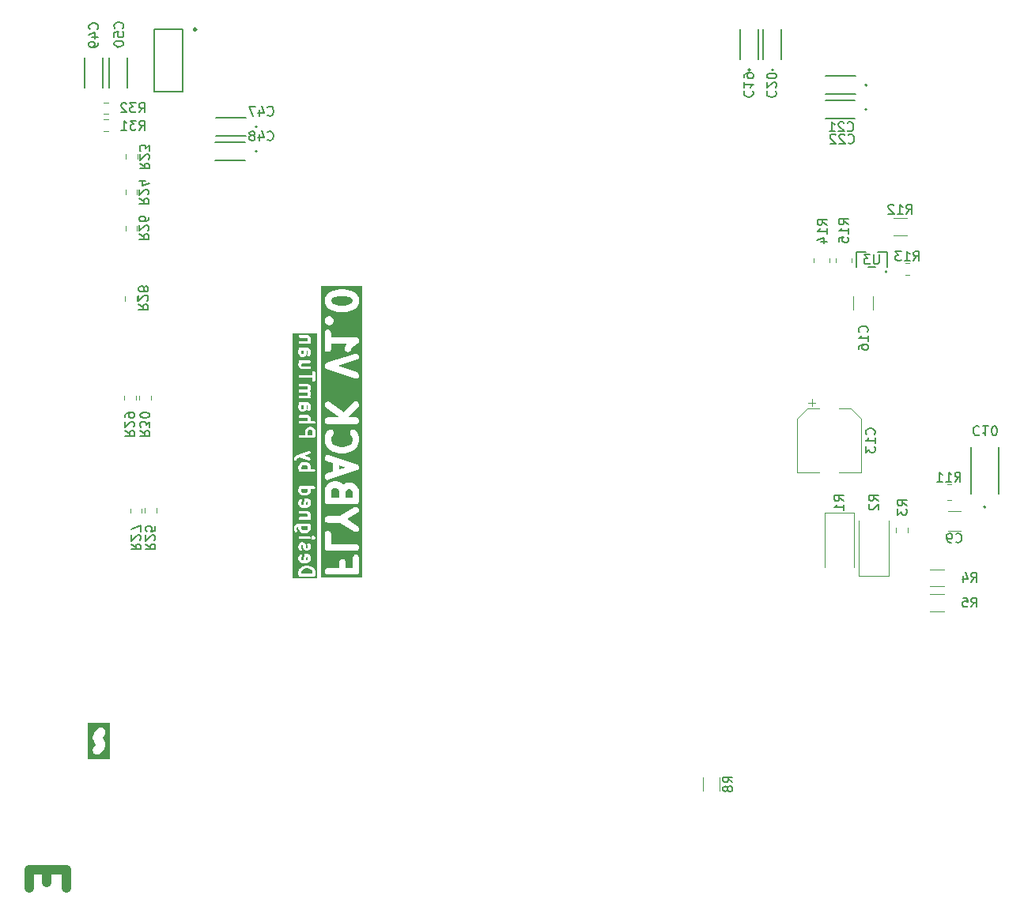
<source format=gbr>
%TF.GenerationSoftware,KiCad,Pcbnew,8.0.4*%
%TF.CreationDate,2024-10-07T13:18:05+07:00*%
%TF.ProjectId,Power_Supply,506f7765-725f-4537-9570-706c792e6b69,rev?*%
%TF.SameCoordinates,Original*%
%TF.FileFunction,Legend,Bot*%
%TF.FilePolarity,Positive*%
%FSLAX46Y46*%
G04 Gerber Fmt 4.6, Leading zero omitted, Abs format (unit mm)*
G04 Created by KiCad (PCBNEW 8.0.4) date 2024-10-07 13:18:05*
%MOMM*%
%LPD*%
G01*
G04 APERTURE LIST*
%ADD10C,1.000000*%
%ADD11C,0.700000*%
%ADD12C,0.300000*%
%ADD13C,0.152400*%
%ADD14C,0.150000*%
%ADD15C,0.120000*%
%ADD16C,0.127000*%
%ADD17C,0.200000*%
%ADD18C,0.250000*%
G04 APERTURE END LIST*
D10*
X54081438Y-122717474D02*
X54081438Y-124050808D01*
X56176676Y-124622236D02*
X56176676Y-122717474D01*
X56176676Y-122717474D02*
X52176676Y-122717474D01*
X52176676Y-122717474D02*
X52176676Y-124622236D01*
G36*
X60858608Y-110873331D02*
G01*
X58480172Y-110873331D01*
X58480172Y-108508830D01*
X58980172Y-108508830D01*
X58982299Y-108544273D01*
X58980172Y-108579718D01*
X58986192Y-108609138D01*
X58987992Y-108639121D01*
X58999222Y-108672812D01*
X59006340Y-108707594D01*
X59027903Y-108758856D01*
X59029268Y-108762949D01*
X59030252Y-108764440D01*
X59031700Y-108767881D01*
X59300849Y-109306179D01*
X59258462Y-109390952D01*
X59125361Y-109524055D01*
X59082238Y-109573228D01*
X59016974Y-109686266D01*
X58983191Y-109812345D01*
X58983191Y-109942871D01*
X59016974Y-110068950D01*
X59082238Y-110181988D01*
X59174534Y-110274284D01*
X59287572Y-110339548D01*
X59413651Y-110373331D01*
X59544177Y-110373331D01*
X59670256Y-110339548D01*
X59783294Y-110274284D01*
X59832467Y-110231161D01*
X60022944Y-110040685D01*
X60066066Y-109991512D01*
X60073596Y-109978469D01*
X60083591Y-109967198D01*
X60116604Y-109910738D01*
X60307080Y-109529785D01*
X60308526Y-109526347D01*
X60309512Y-109524854D01*
X60310877Y-109520757D01*
X60332440Y-109469499D01*
X60339557Y-109434717D01*
X60350788Y-109401026D01*
X60352587Y-109371043D01*
X60358608Y-109341623D01*
X60356480Y-109306178D01*
X60358608Y-109270734D01*
X60352587Y-109241313D01*
X60350788Y-109211331D01*
X60339557Y-109177639D01*
X60332440Y-109142858D01*
X60310877Y-109091599D01*
X60309512Y-109087503D01*
X60308526Y-109086010D01*
X60307080Y-109082572D01*
X60037931Y-108544273D01*
X60080317Y-108459501D01*
X60213420Y-108326399D01*
X60256542Y-108277226D01*
X60321806Y-108164187D01*
X60355589Y-108038109D01*
X60355589Y-107907583D01*
X60321806Y-107781504D01*
X60256542Y-107668465D01*
X60164247Y-107576170D01*
X60051208Y-107510906D01*
X59925129Y-107477123D01*
X59794603Y-107477123D01*
X59668525Y-107510906D01*
X59555486Y-107576170D01*
X59506313Y-107619292D01*
X59315837Y-107809769D01*
X59272714Y-107858942D01*
X59265183Y-107871985D01*
X59255189Y-107883256D01*
X59222176Y-107939715D01*
X59031700Y-108320667D01*
X59030253Y-108324105D01*
X59029268Y-108325598D01*
X59027902Y-108329694D01*
X59006340Y-108380953D01*
X58999222Y-108415734D01*
X58987992Y-108449426D01*
X58986192Y-108479409D01*
X58980172Y-108508830D01*
X58480172Y-108508830D01*
X58480172Y-106977123D01*
X60858608Y-106977123D01*
X60858608Y-110873331D01*
G37*
D11*
G36*
X85250044Y-81869988D02*
G01*
X85294315Y-81914259D01*
X85393083Y-82210563D01*
X85393083Y-82803768D01*
X84521654Y-82803768D01*
X84521654Y-82093534D01*
X84602160Y-81932521D01*
X84664693Y-81869989D01*
X84825708Y-81789482D01*
X85089030Y-81789482D01*
X85250044Y-81869988D01*
G37*
G36*
X86678615Y-82012846D02*
G01*
X86741146Y-82075377D01*
X86821654Y-82236393D01*
X86821654Y-82803768D01*
X86093083Y-82803768D01*
X86093083Y-82236393D01*
X86173590Y-82075378D01*
X86236123Y-82012844D01*
X86397136Y-81932339D01*
X86517601Y-81932339D01*
X86678615Y-82012846D01*
G37*
G36*
X86064857Y-79582339D02*
G01*
X85378797Y-79811025D01*
X85378797Y-79353652D01*
X86064857Y-79582339D01*
G37*
G36*
X86478065Y-61341141D02*
G01*
X86678615Y-61441417D01*
X86741146Y-61503949D01*
X86821654Y-61664964D01*
X86821654Y-61785429D01*
X86741147Y-61946442D01*
X86678616Y-62008974D01*
X86478064Y-62109250D01*
X85985710Y-62232339D01*
X85357599Y-62232339D01*
X84865245Y-62109250D01*
X84664693Y-62008974D01*
X84602160Y-61946442D01*
X84521654Y-61785429D01*
X84521654Y-61664963D01*
X84602161Y-61503949D01*
X84664694Y-61441416D01*
X84865242Y-61341141D01*
X85357599Y-61218053D01*
X85985710Y-61218053D01*
X86478065Y-61341141D01*
G37*
G36*
X87871654Y-91425197D02*
G01*
X83471654Y-91425197D01*
X83471654Y-90679513D01*
X83824648Y-90679513D01*
X83824648Y-90770881D01*
X83848296Y-90859136D01*
X83893980Y-90938264D01*
X83958587Y-91002871D01*
X84037715Y-91048555D01*
X84125970Y-91072203D01*
X84171654Y-91075197D01*
X87171654Y-91075197D01*
X87217338Y-91072203D01*
X87305593Y-91048555D01*
X87384721Y-91002871D01*
X87449328Y-90938264D01*
X87495012Y-90859136D01*
X87518660Y-90770881D01*
X87521654Y-90725197D01*
X87521654Y-89296625D01*
X87518660Y-89250941D01*
X87495012Y-89162686D01*
X87449328Y-89083558D01*
X87384721Y-89018951D01*
X87305593Y-88973267D01*
X87217338Y-88949619D01*
X87125970Y-88949619D01*
X87037715Y-88973267D01*
X86958587Y-89018951D01*
X86893980Y-89083558D01*
X86848296Y-89162686D01*
X86824648Y-89250941D01*
X86821654Y-89296625D01*
X86821654Y-90375197D01*
X86093083Y-90375197D01*
X86093083Y-89725197D01*
X86090089Y-89679513D01*
X86066441Y-89591258D01*
X86020757Y-89512130D01*
X85956150Y-89447523D01*
X85877022Y-89401839D01*
X85788767Y-89378191D01*
X85697399Y-89378191D01*
X85609144Y-89401839D01*
X85530016Y-89447523D01*
X85465409Y-89512130D01*
X85419725Y-89591258D01*
X85396077Y-89679513D01*
X85393083Y-89725197D01*
X85393083Y-90375197D01*
X84171654Y-90375197D01*
X84125970Y-90378191D01*
X84037715Y-90401839D01*
X83958587Y-90447523D01*
X83893980Y-90512130D01*
X83848296Y-90591258D01*
X83824648Y-90679513D01*
X83471654Y-90679513D01*
X83471654Y-86725196D01*
X83821654Y-86725196D01*
X83821654Y-88153768D01*
X83824648Y-88199452D01*
X83848296Y-88287707D01*
X83893980Y-88366835D01*
X83958587Y-88431442D01*
X84037715Y-88477126D01*
X84125970Y-88500774D01*
X84171654Y-88503768D01*
X87171654Y-88503768D01*
X87217338Y-88500774D01*
X87305593Y-88477126D01*
X87384721Y-88431442D01*
X87449328Y-88366835D01*
X87495012Y-88287707D01*
X87518660Y-88199452D01*
X87518660Y-88108084D01*
X87495012Y-88019829D01*
X87449328Y-87940701D01*
X87384721Y-87876094D01*
X87305593Y-87830410D01*
X87217338Y-87806762D01*
X87171654Y-87803768D01*
X84521654Y-87803768D01*
X84521654Y-86725196D01*
X84518660Y-86679512D01*
X84495012Y-86591257D01*
X84449328Y-86512129D01*
X84384721Y-86447522D01*
X84305593Y-86401838D01*
X84217338Y-86378190D01*
X84125970Y-86378190D01*
X84037715Y-86401838D01*
X83958587Y-86447522D01*
X83893980Y-86512129D01*
X83848296Y-86591257D01*
X83824648Y-86679512D01*
X83821654Y-86725196D01*
X83471654Y-86725196D01*
X83471654Y-85108084D01*
X83824648Y-85108084D01*
X83824648Y-85199452D01*
X83848296Y-85287707D01*
X83893980Y-85366835D01*
X83958587Y-85431442D01*
X84037715Y-85477126D01*
X84125970Y-85500774D01*
X84171654Y-85503768D01*
X85498307Y-85503768D01*
X86983748Y-86449050D01*
X87023897Y-86471050D01*
X87111050Y-86498481D01*
X87202334Y-86502421D01*
X87291527Y-86482601D01*
X87372550Y-86440370D01*
X87439883Y-86378609D01*
X87488936Y-86301525D01*
X87516367Y-86214372D01*
X87520308Y-86123088D01*
X87500487Y-86033896D01*
X87458256Y-85952872D01*
X87396495Y-85885539D01*
X87359561Y-85858487D01*
X86252145Y-85153768D01*
X87359561Y-84449049D01*
X87396495Y-84421997D01*
X87458256Y-84354664D01*
X87500487Y-84273640D01*
X87520308Y-84184448D01*
X87516367Y-84093164D01*
X87488936Y-84006011D01*
X87439883Y-83928927D01*
X87372550Y-83867166D01*
X87291527Y-83824935D01*
X87202334Y-83805115D01*
X87111050Y-83809055D01*
X87023897Y-83836486D01*
X86983748Y-83858486D01*
X85498307Y-84803768D01*
X84171654Y-84803768D01*
X84125970Y-84806762D01*
X84037715Y-84830410D01*
X83958587Y-84876094D01*
X83893980Y-84940701D01*
X83848296Y-85019829D01*
X83824648Y-85108084D01*
X83471654Y-85108084D01*
X83471654Y-82010911D01*
X83821654Y-82010911D01*
X83821654Y-83153768D01*
X83824648Y-83199452D01*
X83848296Y-83287707D01*
X83893980Y-83366835D01*
X83958587Y-83431442D01*
X84037715Y-83477126D01*
X84125970Y-83500774D01*
X84171654Y-83503768D01*
X87171654Y-83503768D01*
X87217338Y-83500774D01*
X87305593Y-83477126D01*
X87384721Y-83431442D01*
X87449328Y-83366835D01*
X87495012Y-83287707D01*
X87518660Y-83199452D01*
X87521654Y-83153768D01*
X87521654Y-82153768D01*
X87520417Y-82134898D01*
X87520774Y-82128957D01*
X87519676Y-82123593D01*
X87518660Y-82108084D01*
X87509529Y-82074008D01*
X87502456Y-82039443D01*
X87496427Y-82025112D01*
X87495012Y-82019829D01*
X87492038Y-82014679D01*
X87484704Y-81997243D01*
X87341847Y-81711529D01*
X87318738Y-81672007D01*
X87311741Y-81664117D01*
X87306471Y-81654988D01*
X87276285Y-81620567D01*
X87133428Y-81477709D01*
X87099008Y-81447523D01*
X87089876Y-81442250D01*
X87081987Y-81435255D01*
X87042465Y-81412146D01*
X86756751Y-81269289D01*
X86739314Y-81261954D01*
X86734165Y-81258981D01*
X86728881Y-81257565D01*
X86714551Y-81251537D01*
X86679985Y-81244463D01*
X86645910Y-81235333D01*
X86630400Y-81234316D01*
X86625037Y-81233219D01*
X86619095Y-81233575D01*
X86600226Y-81232339D01*
X86314512Y-81232339D01*
X86295642Y-81233575D01*
X86289701Y-81233219D01*
X86284337Y-81234316D01*
X86268828Y-81235333D01*
X86234750Y-81244464D01*
X86200188Y-81251537D01*
X86185859Y-81257564D01*
X86180573Y-81258981D01*
X86175420Y-81261955D01*
X86157988Y-81269289D01*
X85872273Y-81412146D01*
X85832751Y-81435255D01*
X85824863Y-81442249D01*
X85816869Y-81446864D01*
X85704856Y-81334852D01*
X85670436Y-81304665D01*
X85661304Y-81299392D01*
X85653416Y-81292398D01*
X85613893Y-81269289D01*
X85328178Y-81126432D01*
X85310745Y-81119098D01*
X85305593Y-81116124D01*
X85300306Y-81114707D01*
X85285978Y-81108680D01*
X85251415Y-81101607D01*
X85217338Y-81092476D01*
X85201828Y-81091459D01*
X85196465Y-81090362D01*
X85190523Y-81090718D01*
X85171654Y-81089482D01*
X84743083Y-81089482D01*
X84724213Y-81090718D01*
X84718272Y-81090362D01*
X84712908Y-81091459D01*
X84697399Y-81092476D01*
X84663323Y-81101606D01*
X84628758Y-81108680D01*
X84614427Y-81114708D01*
X84609144Y-81116124D01*
X84603994Y-81119097D01*
X84586558Y-81126432D01*
X84300844Y-81269289D01*
X84261322Y-81292398D01*
X84253434Y-81299392D01*
X84244302Y-81304665D01*
X84209881Y-81334852D01*
X84067025Y-81477709D01*
X84036838Y-81512129D01*
X84031565Y-81521260D01*
X84024571Y-81529149D01*
X84001463Y-81568671D01*
X83858605Y-81854386D01*
X83851271Y-81871818D01*
X83848296Y-81876972D01*
X83846879Y-81882257D01*
X83840852Y-81896586D01*
X83833779Y-81931146D01*
X83824648Y-81965227D01*
X83823631Y-81980742D01*
X83822535Y-81986099D01*
X83822891Y-81992033D01*
X83821654Y-82010911D01*
X83471654Y-82010911D01*
X83471654Y-78607150D01*
X83822534Y-78607150D01*
X83840852Y-78696664D01*
X83881713Y-78778386D01*
X83942334Y-78846748D01*
X84018581Y-78897091D01*
X84060974Y-78914378D01*
X84678797Y-79120318D01*
X84678797Y-80044359D01*
X84060974Y-80250300D01*
X84018581Y-80267587D01*
X83942334Y-80317930D01*
X83881713Y-80386292D01*
X83840852Y-80468014D01*
X83822534Y-80557528D01*
X83828009Y-80648732D01*
X83856902Y-80735412D01*
X83907245Y-80811659D01*
X83975607Y-80872280D01*
X84057329Y-80913141D01*
X84146843Y-80931459D01*
X84238047Y-80925984D01*
X84282334Y-80914378D01*
X87282334Y-79914378D01*
X87284751Y-79913392D01*
X87285979Y-79913141D01*
X87288682Y-79911789D01*
X87324727Y-79897091D01*
X87345469Y-79883395D01*
X87367701Y-79872280D01*
X87383430Y-79858331D01*
X87400975Y-79846748D01*
X87417467Y-79828149D01*
X87436063Y-79811660D01*
X87447645Y-79794118D01*
X87461596Y-79778386D01*
X87472712Y-79756152D01*
X87486407Y-79735412D01*
X87493054Y-79715468D01*
X87502457Y-79696664D01*
X87507440Y-79672312D01*
X87515300Y-79648732D01*
X87516559Y-79627745D01*
X87520774Y-79607150D01*
X87519284Y-79582339D01*
X87520774Y-79557528D01*
X87516559Y-79536932D01*
X87515300Y-79515946D01*
X87507440Y-79492365D01*
X87502457Y-79468014D01*
X87493054Y-79449209D01*
X87486407Y-79429266D01*
X87472712Y-79408525D01*
X87461596Y-79386292D01*
X87447645Y-79370559D01*
X87436063Y-79353018D01*
X87417467Y-79336528D01*
X87400975Y-79317930D01*
X87383430Y-79306346D01*
X87367701Y-79292398D01*
X87345469Y-79281282D01*
X87324727Y-79267587D01*
X87288682Y-79252888D01*
X87285979Y-79251537D01*
X87284751Y-79251285D01*
X87282334Y-79250300D01*
X84282334Y-78250300D01*
X84238047Y-78238694D01*
X84146843Y-78233219D01*
X84057329Y-78251537D01*
X83975607Y-78292398D01*
X83907245Y-78353019D01*
X83856902Y-78429266D01*
X83828009Y-78515946D01*
X83822534Y-78607150D01*
X83471654Y-78607150D01*
X83471654Y-76439482D01*
X83821654Y-76439482D01*
X83821654Y-76725196D01*
X83824648Y-76770880D01*
X83827377Y-76781065D01*
X83828009Y-76791590D01*
X83839615Y-76835876D01*
X83982473Y-77264448D01*
X83989614Y-77281961D01*
X83991154Y-77287706D01*
X83993889Y-77292443D01*
X83999760Y-77306840D01*
X84019200Y-77336284D01*
X84036838Y-77366833D01*
X84047086Y-77378519D01*
X84050103Y-77383088D01*
X84054555Y-77387036D01*
X84067024Y-77401254D01*
X84352738Y-77686969D01*
X84387158Y-77717155D01*
X84396289Y-77722427D01*
X84404179Y-77729423D01*
X84443701Y-77752532D01*
X84729415Y-77895389D01*
X84752120Y-77904940D01*
X84757459Y-77907904D01*
X84764648Y-77910210D01*
X84771615Y-77913141D01*
X84777604Y-77914366D01*
X84801053Y-77921889D01*
X85372481Y-78064746D01*
X85407738Y-78071144D01*
X85411685Y-78072202D01*
X85414627Y-78072394D01*
X85417527Y-78072921D01*
X85421608Y-78072852D01*
X85457369Y-78075196D01*
X85885940Y-78075196D01*
X85921700Y-78072852D01*
X85925781Y-78072921D01*
X85928679Y-78072394D01*
X85931624Y-78072202D01*
X85935572Y-78071144D01*
X85970827Y-78064746D01*
X86542256Y-77921889D01*
X86565704Y-77914366D01*
X86571694Y-77913141D01*
X86578660Y-77910210D01*
X86585850Y-77907904D01*
X86591188Y-77904940D01*
X86613894Y-77895389D01*
X86899608Y-77752532D01*
X86939130Y-77729423D01*
X86947020Y-77722425D01*
X86956150Y-77717155D01*
X86990571Y-77686969D01*
X87276285Y-77401254D01*
X87288758Y-77387030D01*
X87293206Y-77383087D01*
X87296218Y-77378524D01*
X87306471Y-77366834D01*
X87324112Y-77336276D01*
X87343549Y-77306840D01*
X87349419Y-77292444D01*
X87352155Y-77287706D01*
X87353694Y-77281959D01*
X87360836Y-77264447D01*
X87503693Y-76835876D01*
X87515299Y-76791590D01*
X87515930Y-76781066D01*
X87518660Y-76770880D01*
X87521654Y-76725196D01*
X87521654Y-76439482D01*
X87518660Y-76393798D01*
X87515930Y-76383611D01*
X87515299Y-76373089D01*
X87503693Y-76328802D01*
X87360836Y-75900231D01*
X87353696Y-75882722D01*
X87352155Y-75876970D01*
X87349416Y-75872226D01*
X87343549Y-75857838D01*
X87324117Y-75828407D01*
X87306471Y-75797843D01*
X87296218Y-75786152D01*
X87293206Y-75781590D01*
X87288758Y-75777645D01*
X87276284Y-75763422D01*
X87133427Y-75620566D01*
X87099007Y-75590379D01*
X87019879Y-75544695D01*
X86931624Y-75521047D01*
X86840256Y-75521047D01*
X86752001Y-75544695D01*
X86672873Y-75590379D01*
X86608266Y-75654986D01*
X86562582Y-75734114D01*
X86538934Y-75822369D01*
X86538934Y-75913737D01*
X86562582Y-76001992D01*
X86608266Y-76081120D01*
X86638453Y-76115540D01*
X86722886Y-76199973D01*
X86821654Y-76496277D01*
X86821654Y-76668399D01*
X86722885Y-76964703D01*
X86535757Y-77151832D01*
X86335207Y-77252107D01*
X85842853Y-77375196D01*
X85500456Y-77375196D01*
X85008102Y-77252107D01*
X84807551Y-77151832D01*
X84620422Y-76964703D01*
X84521654Y-76668398D01*
X84521654Y-76496279D01*
X84620423Y-76199973D01*
X84704856Y-76115541D01*
X84735043Y-76081120D01*
X84780727Y-76001993D01*
X84804375Y-75913737D01*
X84804375Y-75822369D01*
X84780727Y-75734114D01*
X84735043Y-75654986D01*
X84670436Y-75590379D01*
X84591308Y-75544695D01*
X84503053Y-75521047D01*
X84411685Y-75521047D01*
X84323429Y-75544695D01*
X84244302Y-75590379D01*
X84209881Y-75620566D01*
X84067025Y-75763423D01*
X84054556Y-75777639D01*
X84050103Y-75781589D01*
X84047087Y-75786156D01*
X84036838Y-75797843D01*
X84019197Y-75828396D01*
X83999760Y-75857837D01*
X83993889Y-75872232D01*
X83991154Y-75876971D01*
X83989614Y-75882717D01*
X83982473Y-75900230D01*
X83839615Y-76328802D01*
X83828009Y-76373088D01*
X83827377Y-76383612D01*
X83824648Y-76393798D01*
X83821654Y-76439482D01*
X83471654Y-76439482D01*
X83471654Y-72871902D01*
X83821675Y-72871902D01*
X83834596Y-72962352D01*
X83870488Y-73046376D01*
X83926903Y-73118247D01*
X83961654Y-73148053D01*
X85353098Y-74191635D01*
X85312395Y-74232339D01*
X84171654Y-74232339D01*
X84125970Y-74235333D01*
X84037715Y-74258981D01*
X83958587Y-74304665D01*
X83893980Y-74369272D01*
X83848296Y-74448400D01*
X83824648Y-74536655D01*
X83824648Y-74628023D01*
X83848296Y-74716278D01*
X83893980Y-74795406D01*
X83958587Y-74860013D01*
X84037715Y-74905697D01*
X84125970Y-74929345D01*
X84171654Y-74932339D01*
X87171654Y-74932339D01*
X87217338Y-74929345D01*
X87305593Y-74905697D01*
X87384721Y-74860013D01*
X87449328Y-74795406D01*
X87495012Y-74716278D01*
X87518660Y-74628023D01*
X87518660Y-74536655D01*
X87495012Y-74448400D01*
X87449328Y-74369272D01*
X87384721Y-74304665D01*
X87305593Y-74258981D01*
X87217338Y-74235333D01*
X87171654Y-74232339D01*
X86302343Y-74232339D01*
X87419142Y-73115540D01*
X87449328Y-73081120D01*
X87495012Y-73001992D01*
X87518660Y-72913737D01*
X87518660Y-72822369D01*
X87495012Y-72734113D01*
X87449328Y-72654986D01*
X87384721Y-72590379D01*
X87305594Y-72544695D01*
X87217338Y-72521047D01*
X87125970Y-72521047D01*
X87037715Y-72544695D01*
X86958587Y-72590379D01*
X86924167Y-72620566D01*
X85853098Y-73691635D01*
X84381654Y-72588053D01*
X84343310Y-72563038D01*
X84258518Y-72529003D01*
X84167805Y-72518074D01*
X84077355Y-72530995D01*
X83993331Y-72566887D01*
X83921460Y-72623302D01*
X83866639Y-72696397D01*
X83832604Y-72781189D01*
X83821675Y-72871902D01*
X83471654Y-72871902D01*
X83471654Y-68700385D01*
X83822534Y-68700385D01*
X83824023Y-68725196D01*
X83822534Y-68750007D01*
X83826749Y-68770606D01*
X83828009Y-68791589D01*
X83835868Y-68815166D01*
X83840852Y-68839521D01*
X83850254Y-68858325D01*
X83856902Y-68878269D01*
X83870596Y-68899010D01*
X83881713Y-68921243D01*
X83895662Y-68936973D01*
X83907245Y-68954516D01*
X83925842Y-68971007D01*
X83942334Y-68989605D01*
X83959876Y-69001187D01*
X83975607Y-69015137D01*
X83997839Y-69026253D01*
X84018581Y-69039948D01*
X84054625Y-69054646D01*
X84057329Y-69055998D01*
X84058556Y-69056249D01*
X84060974Y-69057235D01*
X87060975Y-70057235D01*
X87105261Y-70068841D01*
X87196465Y-70074316D01*
X87285979Y-70055998D01*
X87367701Y-70015137D01*
X87436063Y-69954517D01*
X87486407Y-69878269D01*
X87515300Y-69791589D01*
X87520774Y-69700385D01*
X87502457Y-69610871D01*
X87461596Y-69529149D01*
X87400975Y-69460787D01*
X87324727Y-69410444D01*
X87282334Y-69393157D01*
X85278451Y-68725196D01*
X87282334Y-68057235D01*
X87324727Y-68039948D01*
X87400975Y-67989605D01*
X87461596Y-67921243D01*
X87502457Y-67839521D01*
X87520774Y-67750007D01*
X87515300Y-67658803D01*
X87486407Y-67572123D01*
X87436063Y-67495875D01*
X87367701Y-67435255D01*
X87285979Y-67394394D01*
X87196465Y-67376076D01*
X87105261Y-67381551D01*
X87060975Y-67393157D01*
X84060974Y-68393157D01*
X84058556Y-68394142D01*
X84057329Y-68394394D01*
X84054625Y-68395745D01*
X84018581Y-68410444D01*
X83997839Y-68424138D01*
X83975607Y-68435255D01*
X83959876Y-68449204D01*
X83942334Y-68460787D01*
X83925842Y-68479384D01*
X83907245Y-68495876D01*
X83895662Y-68513418D01*
X83881713Y-68529149D01*
X83870596Y-68551381D01*
X83856902Y-68572123D01*
X83850254Y-68592066D01*
X83840852Y-68610871D01*
X83835868Y-68635225D01*
X83828009Y-68658803D01*
X83826749Y-68679785D01*
X83822534Y-68700385D01*
X83471654Y-68700385D01*
X83471654Y-65153767D01*
X83821654Y-65153767D01*
X83821654Y-66868053D01*
X83824648Y-66913737D01*
X83848296Y-67001992D01*
X83893980Y-67081120D01*
X83958587Y-67145727D01*
X84037715Y-67191411D01*
X84125970Y-67215059D01*
X84217338Y-67215059D01*
X84305593Y-67191411D01*
X84384721Y-67145727D01*
X84449328Y-67081120D01*
X84495012Y-67001992D01*
X84518660Y-66913737D01*
X84521654Y-66868053D01*
X84521654Y-66360910D01*
X86187029Y-66360910D01*
X86179695Y-66369273D01*
X86174424Y-66378402D01*
X86167428Y-66386292D01*
X86144319Y-66425814D01*
X86001462Y-66711528D01*
X85983710Y-66753728D01*
X85965392Y-66843242D01*
X85970866Y-66934446D01*
X85999759Y-67021126D01*
X86050103Y-67097374D01*
X86118465Y-67157994D01*
X86200187Y-67198855D01*
X86289701Y-67217173D01*
X86380905Y-67211699D01*
X86467585Y-67182806D01*
X86543833Y-67132462D01*
X86604453Y-67064100D01*
X86627562Y-67024578D01*
X86745019Y-66789663D01*
X86966064Y-66568617D01*
X87365799Y-66302128D01*
X87379708Y-66291477D01*
X87384721Y-66288584D01*
X87388749Y-66284555D01*
X87402149Y-66274296D01*
X87424923Y-66248381D01*
X87449328Y-66223977D01*
X87454990Y-66214168D01*
X87462465Y-66205664D01*
X87477759Y-66174730D01*
X87495012Y-66144849D01*
X87497942Y-66133913D01*
X87502962Y-66123761D01*
X87509730Y-66089919D01*
X87518660Y-66056594D01*
X87518660Y-66045271D01*
X87520881Y-66034167D01*
X87518660Y-65999732D01*
X87518660Y-65965226D01*
X87515728Y-65954286D01*
X87515000Y-65942987D01*
X87503943Y-65910303D01*
X87495012Y-65876971D01*
X87489349Y-65867163D01*
X87485721Y-65856437D01*
X87466583Y-65827730D01*
X87449328Y-65797843D01*
X87441319Y-65789834D01*
X87435039Y-65780414D01*
X87409124Y-65757639D01*
X87384721Y-65733236D01*
X87374912Y-65727573D01*
X87366408Y-65720099D01*
X87335477Y-65704805D01*
X87305593Y-65687552D01*
X87294655Y-65684621D01*
X87284504Y-65679602D01*
X87250666Y-65672834D01*
X87217338Y-65663904D01*
X87200496Y-65662800D01*
X87194910Y-65661683D01*
X87189133Y-65662055D01*
X87171654Y-65660910D01*
X84521654Y-65660910D01*
X84521654Y-65153767D01*
X84518660Y-65108083D01*
X84495012Y-65019828D01*
X84449328Y-64940700D01*
X84384721Y-64876093D01*
X84305593Y-64830409D01*
X84217338Y-64806761D01*
X84125970Y-64806761D01*
X84037715Y-64830409D01*
X83958587Y-64876093D01*
X83893980Y-64940700D01*
X83848296Y-65019828D01*
X83824648Y-65108083D01*
X83821654Y-65153767D01*
X83471654Y-65153767D01*
X83471654Y-63822369D01*
X83824648Y-63822369D01*
X83824648Y-63913737D01*
X83848296Y-64001992D01*
X83874670Y-64047675D01*
X83879819Y-64056593D01*
X83893979Y-64081119D01*
X83893981Y-64081121D01*
X83924167Y-64115541D01*
X84067025Y-64258398D01*
X84101437Y-64288576D01*
X84101445Y-64288584D01*
X84180573Y-64334268D01*
X84268828Y-64357916D01*
X84268829Y-64357916D01*
X84360197Y-64357916D01*
X84392501Y-64349259D01*
X84448451Y-64334268D01*
X84527579Y-64288584D01*
X84561999Y-64258397D01*
X84704856Y-64115541D01*
X84735043Y-64081120D01*
X84780727Y-64001993D01*
X84804375Y-63913737D01*
X84804375Y-63822369D01*
X84790579Y-63770881D01*
X84780727Y-63734113D01*
X84735043Y-63654986D01*
X84704856Y-63620565D01*
X84561999Y-63477709D01*
X84527579Y-63447522D01*
X84448451Y-63401838D01*
X84392501Y-63386846D01*
X84360197Y-63378190D01*
X84360196Y-63378190D01*
X84268828Y-63378190D01*
X84180573Y-63401838D01*
X84101445Y-63447522D01*
X84101437Y-63447529D01*
X84067025Y-63477708D01*
X83924167Y-63620565D01*
X83893981Y-63654985D01*
X83893979Y-63654987D01*
X83874670Y-63688431D01*
X83848296Y-63734114D01*
X83824648Y-63822369D01*
X83471654Y-63822369D01*
X83471654Y-61582339D01*
X83821654Y-61582339D01*
X83821654Y-61868053D01*
X83822891Y-61886930D01*
X83822535Y-61892865D01*
X83823631Y-61898221D01*
X83824648Y-61913737D01*
X83833779Y-61947817D01*
X83840852Y-61982378D01*
X83846879Y-61996706D01*
X83848296Y-62001992D01*
X83851271Y-62007145D01*
X83858605Y-62024578D01*
X84001463Y-62310293D01*
X84024571Y-62349815D01*
X84031565Y-62357703D01*
X84036838Y-62366835D01*
X84067025Y-62401255D01*
X84209881Y-62544112D01*
X84244302Y-62574299D01*
X84253434Y-62579571D01*
X84261322Y-62586566D01*
X84300844Y-62609675D01*
X84586558Y-62752532D01*
X84609263Y-62762083D01*
X84614602Y-62765047D01*
X84621791Y-62767353D01*
X84628758Y-62770284D01*
X84634747Y-62771509D01*
X84658196Y-62779032D01*
X85229624Y-62921889D01*
X85264881Y-62928287D01*
X85268828Y-62929345D01*
X85271770Y-62929537D01*
X85274670Y-62930064D01*
X85278751Y-62929995D01*
X85314512Y-62932339D01*
X86028797Y-62932339D01*
X86064557Y-62929995D01*
X86068638Y-62930064D01*
X86071536Y-62929537D01*
X86074481Y-62929345D01*
X86078429Y-62928287D01*
X86113684Y-62921889D01*
X86685113Y-62779032D01*
X86708561Y-62771509D01*
X86714551Y-62770284D01*
X86721517Y-62767353D01*
X86728707Y-62765047D01*
X86734045Y-62762083D01*
X86756751Y-62752532D01*
X87042465Y-62609675D01*
X87081987Y-62586566D01*
X87089875Y-62579571D01*
X87099007Y-62574299D01*
X87133427Y-62544112D01*
X87276284Y-62401256D01*
X87306471Y-62366835D01*
X87311745Y-62357699D01*
X87318738Y-62349814D01*
X87341847Y-62310292D01*
X87484704Y-62024577D01*
X87492037Y-62007144D01*
X87495012Y-62001992D01*
X87496428Y-61996705D01*
X87502456Y-61982377D01*
X87509528Y-61947814D01*
X87518660Y-61913737D01*
X87519676Y-61898227D01*
X87520774Y-61892864D01*
X87520417Y-61886922D01*
X87521654Y-61868053D01*
X87521654Y-61582339D01*
X87520417Y-61563469D01*
X87520774Y-61557528D01*
X87519676Y-61552164D01*
X87518660Y-61536655D01*
X87509529Y-61502579D01*
X87502456Y-61468014D01*
X87496427Y-61453683D01*
X87495012Y-61448400D01*
X87492038Y-61443250D01*
X87484704Y-61425814D01*
X87341847Y-61140100D01*
X87318738Y-61100578D01*
X87311743Y-61092690D01*
X87306471Y-61083558D01*
X87276284Y-61049137D01*
X87133427Y-60906281D01*
X87099007Y-60876094D01*
X87089874Y-60870821D01*
X87081987Y-60863827D01*
X87042465Y-60840719D01*
X86756752Y-60697861D01*
X86734046Y-60688308D01*
X86728707Y-60685345D01*
X86721520Y-60683039D01*
X86714552Y-60680108D01*
X86708560Y-60678881D01*
X86685113Y-60671360D01*
X86113684Y-60528503D01*
X86078429Y-60522104D01*
X86074481Y-60521047D01*
X86071536Y-60520854D01*
X86068638Y-60520328D01*
X86064557Y-60520396D01*
X86028797Y-60518053D01*
X85314512Y-60518053D01*
X85278751Y-60520396D01*
X85274670Y-60520328D01*
X85271770Y-60520854D01*
X85268828Y-60521047D01*
X85264881Y-60522104D01*
X85229624Y-60528503D01*
X84658196Y-60671360D01*
X84634748Y-60678881D01*
X84628757Y-60680108D01*
X84621788Y-60683039D01*
X84614602Y-60685345D01*
X84609262Y-60688308D01*
X84586557Y-60697861D01*
X84300843Y-60840719D01*
X84261321Y-60863827D01*
X84253431Y-60870822D01*
X84244302Y-60876094D01*
X84209881Y-60906281D01*
X84067025Y-61049138D01*
X84036838Y-61083558D01*
X84031565Y-61092690D01*
X84024571Y-61100578D01*
X84001463Y-61140100D01*
X83858605Y-61425813D01*
X83851269Y-61443248D01*
X83848296Y-61448400D01*
X83846880Y-61453683D01*
X83840852Y-61468013D01*
X83833779Y-61502576D01*
X83824648Y-61536655D01*
X83823631Y-61552169D01*
X83822535Y-61557527D01*
X83822891Y-61563461D01*
X83821654Y-61582339D01*
X83471654Y-61582339D01*
X83471654Y-60168053D01*
X87871654Y-60168053D01*
X87871654Y-91425197D01*
G37*
D12*
G36*
X82264871Y-90469900D02*
G01*
X82371231Y-90523081D01*
X82471837Y-90623687D01*
X82524371Y-90781288D01*
X82524371Y-90964089D01*
X81324371Y-90964089D01*
X81324371Y-90781286D01*
X81376904Y-90623687D01*
X81477511Y-90523080D01*
X81583870Y-90469901D01*
X81835692Y-90406946D01*
X82013050Y-90406946D01*
X82264871Y-90469900D01*
G37*
G36*
X81991138Y-89154463D02*
G01*
X82024371Y-89220927D01*
X82024371Y-89435821D01*
X81991138Y-89502285D01*
X81924675Y-89535517D01*
X81857341Y-89535517D01*
X81938787Y-89128287D01*
X81991138Y-89154463D01*
G37*
G36*
X82024371Y-85935213D02*
G01*
X82024371Y-86150106D01*
X81979663Y-86239520D01*
X81942658Y-86276525D01*
X81853247Y-86321231D01*
X81495495Y-86321231D01*
X81406082Y-86276525D01*
X81369078Y-86239521D01*
X81324371Y-86150106D01*
X81324371Y-85935213D01*
X81338505Y-85906946D01*
X82010237Y-85906946D01*
X82024371Y-85935213D01*
G37*
G36*
X81991138Y-83225891D02*
G01*
X82024371Y-83292355D01*
X82024371Y-83507249D01*
X81991138Y-83573713D01*
X81924675Y-83606945D01*
X81857341Y-83606945D01*
X81938787Y-83199715D01*
X81991138Y-83225891D01*
G37*
G36*
X82024371Y-81935213D02*
G01*
X82024371Y-82150106D01*
X81979663Y-82239520D01*
X81942658Y-82276525D01*
X81853247Y-82321231D01*
X81495495Y-82321231D01*
X81406082Y-82276525D01*
X81369078Y-82239521D01*
X81324371Y-82150106D01*
X81324371Y-81935213D01*
X81338505Y-81906946D01*
X82010237Y-81906946D01*
X82024371Y-81935213D01*
G37*
G36*
X81942660Y-79380224D02*
G01*
X81979664Y-79417228D01*
X82024371Y-79506641D01*
X82024371Y-79721535D01*
X82010237Y-79749803D01*
X81338505Y-79749803D01*
X81324371Y-79721535D01*
X81324371Y-79506641D01*
X81369078Y-79417227D01*
X81406082Y-79380223D01*
X81495495Y-79335517D01*
X81853247Y-79335517D01*
X81942660Y-79380224D01*
G37*
G36*
X82442658Y-75594508D02*
G01*
X82479663Y-75631513D01*
X82524371Y-75720927D01*
X82524371Y-76106946D01*
X82038657Y-76106946D01*
X82038657Y-75720926D01*
X82083362Y-75631514D01*
X82120367Y-75594509D01*
X82209781Y-75549803D01*
X82353247Y-75549803D01*
X82442658Y-75594508D01*
G37*
G36*
X81595800Y-73221535D02*
G01*
X81562567Y-73287999D01*
X81496104Y-73321231D01*
X81424067Y-73321231D01*
X81357603Y-73287999D01*
X81324371Y-73221535D01*
X81324371Y-72935213D01*
X81338505Y-72906946D01*
X81595800Y-72906946D01*
X81595800Y-73221535D01*
G37*
G36*
X81595800Y-67364392D02*
G01*
X81562567Y-67430856D01*
X81496104Y-67464088D01*
X81424067Y-67464088D01*
X81357603Y-67430856D01*
X81324371Y-67364392D01*
X81324371Y-67078070D01*
X81338505Y-67049803D01*
X81595800Y-67049803D01*
X81595800Y-67364392D01*
G37*
G36*
X82991038Y-91430756D02*
G01*
X80357704Y-91430756D01*
X80357704Y-90756946D01*
X81024371Y-90756946D01*
X81024371Y-91114089D01*
X81027253Y-91143353D01*
X81049651Y-91197425D01*
X81091035Y-91238809D01*
X81145107Y-91261207D01*
X81174371Y-91264089D01*
X82674371Y-91264089D01*
X82703635Y-91261207D01*
X82757707Y-91238809D01*
X82799091Y-91197425D01*
X82821489Y-91143353D01*
X82824371Y-91114089D01*
X82824371Y-90756946D01*
X82822912Y-90742134D01*
X82823193Y-90738185D01*
X82822011Y-90732990D01*
X82821489Y-90727682D01*
X82819972Y-90724020D01*
X82816673Y-90709511D01*
X82745244Y-90495226D01*
X82733256Y-90468375D01*
X82729726Y-90464305D01*
X82727663Y-90459324D01*
X82709008Y-90436594D01*
X82566151Y-90293737D01*
X82554649Y-90284297D01*
X82552053Y-90281304D01*
X82547539Y-90278463D01*
X82543420Y-90275082D01*
X82539760Y-90273566D01*
X82527167Y-90265639D01*
X82384310Y-90194210D01*
X82382169Y-90193390D01*
X82381299Y-90192746D01*
X82369021Y-90188359D01*
X82356847Y-90183701D01*
X82355766Y-90183624D01*
X82353608Y-90182853D01*
X82067894Y-90111425D01*
X82062822Y-90110675D01*
X82060778Y-90109828D01*
X82049755Y-90108742D01*
X82038805Y-90107123D01*
X82036617Y-90107448D01*
X82031514Y-90106946D01*
X81817228Y-90106946D01*
X81812124Y-90107448D01*
X81809937Y-90107123D01*
X81798986Y-90108742D01*
X81787964Y-90109828D01*
X81785919Y-90110675D01*
X81780848Y-90111425D01*
X81495134Y-90182853D01*
X81492975Y-90183624D01*
X81491895Y-90183701D01*
X81479714Y-90188361D01*
X81467443Y-90192746D01*
X81466573Y-90193390D01*
X81464431Y-90194210D01*
X81321575Y-90265639D01*
X81308983Y-90273565D01*
X81305321Y-90275082D01*
X81301198Y-90278465D01*
X81296689Y-90281304D01*
X81294093Y-90284296D01*
X81282591Y-90293737D01*
X81139734Y-90436594D01*
X81121079Y-90459325D01*
X81119016Y-90464304D01*
X81115486Y-90468375D01*
X81103497Y-90495226D01*
X81032069Y-90709512D01*
X81028770Y-90724019D01*
X81027253Y-90727682D01*
X81026730Y-90732990D01*
X81025549Y-90738185D01*
X81025829Y-90742134D01*
X81024371Y-90756946D01*
X80357704Y-90756946D01*
X80357704Y-89185517D01*
X81024371Y-89185517D01*
X81024371Y-89471232D01*
X81027253Y-89500496D01*
X81029316Y-89505476D01*
X81029698Y-89510851D01*
X81040207Y-89538314D01*
X81111636Y-89681171D01*
X81114716Y-89686065D01*
X81115486Y-89688373D01*
X81117978Y-89691246D01*
X81127301Y-89706057D01*
X81141512Y-89718381D01*
X81153833Y-89732588D01*
X81168640Y-89741909D01*
X81171516Y-89744403D01*
X81173824Y-89745172D01*
X81178718Y-89748253D01*
X81321576Y-89819681D01*
X81349039Y-89830191D01*
X81354414Y-89830572D01*
X81359393Y-89832635D01*
X81388657Y-89835517D01*
X81674214Y-89835517D01*
X81960085Y-89835517D01*
X81989349Y-89832635D01*
X81994327Y-89830572D01*
X81999703Y-89830191D01*
X82027167Y-89819681D01*
X82170024Y-89748253D01*
X82174914Y-89745174D01*
X82177226Y-89744404D01*
X82180104Y-89741907D01*
X82194910Y-89732588D01*
X82207231Y-89718380D01*
X82221441Y-89706057D01*
X82230763Y-89691247D01*
X82233256Y-89688373D01*
X82234025Y-89686065D01*
X82237106Y-89681171D01*
X82308535Y-89538315D01*
X82319044Y-89510851D01*
X82319425Y-89505476D01*
X82321489Y-89500496D01*
X82324371Y-89471232D01*
X82324371Y-89185517D01*
X82321489Y-89156253D01*
X82319425Y-89151272D01*
X82319044Y-89145898D01*
X82308535Y-89118434D01*
X82237106Y-88975578D01*
X82234025Y-88970683D01*
X82233256Y-88968376D01*
X82230763Y-88965501D01*
X82221441Y-88950692D01*
X82207231Y-88938368D01*
X82194910Y-88924161D01*
X82180104Y-88914841D01*
X82177226Y-88912345D01*
X82174914Y-88911574D01*
X82170024Y-88908496D01*
X82027167Y-88837068D01*
X81999703Y-88826558D01*
X81994327Y-88826176D01*
X81989349Y-88824114D01*
X81960085Y-88821232D01*
X81817390Y-88821232D01*
X81817385Y-88821231D01*
X81817380Y-88821232D01*
X81817228Y-88821232D01*
X81787964Y-88824114D01*
X81774387Y-88829737D01*
X81759970Y-88832590D01*
X81747611Y-88840829D01*
X81733892Y-88846512D01*
X81723502Y-88856902D01*
X81711274Y-88865054D01*
X81703009Y-88877394D01*
X81692508Y-88887896D01*
X81686884Y-88901472D01*
X81678706Y-88913684D01*
X81670141Y-88941814D01*
X81551401Y-89535517D01*
X81424067Y-89535517D01*
X81357603Y-89502285D01*
X81324371Y-89435821D01*
X81324371Y-89220927D01*
X81379964Y-89109743D01*
X81390473Y-89082279D01*
X81394622Y-89023899D01*
X81376115Y-88968377D01*
X81337768Y-88924161D01*
X81285419Y-88897987D01*
X81227039Y-88893838D01*
X81171516Y-88912346D01*
X81127301Y-88950692D01*
X81111636Y-88975578D01*
X81040207Y-89118435D01*
X81029698Y-89145898D01*
X81029316Y-89151272D01*
X81027253Y-89156253D01*
X81024371Y-89185517D01*
X80357704Y-89185517D01*
X80357704Y-87971232D01*
X81024371Y-87971232D01*
X81024371Y-88256946D01*
X81027253Y-88286210D01*
X81029316Y-88291190D01*
X81029698Y-88296565D01*
X81040207Y-88324028D01*
X81111636Y-88466885D01*
X81127301Y-88491771D01*
X81171516Y-88530117D01*
X81227039Y-88548625D01*
X81285419Y-88544476D01*
X81337768Y-88518302D01*
X81376115Y-88474086D01*
X81394622Y-88418564D01*
X81390473Y-88360184D01*
X81379964Y-88332720D01*
X81324371Y-88221535D01*
X81324371Y-88006642D01*
X81357603Y-87940177D01*
X81424067Y-87906946D01*
X81424675Y-87906946D01*
X81491139Y-87940178D01*
X81524371Y-88006642D01*
X81524371Y-88185518D01*
X81527253Y-88214782D01*
X81529316Y-88219762D01*
X81529698Y-88225137D01*
X81540207Y-88252600D01*
X81611636Y-88395457D01*
X81614716Y-88400351D01*
X81615486Y-88402659D01*
X81617978Y-88405532D01*
X81627301Y-88420343D01*
X81641512Y-88432667D01*
X81653833Y-88446874D01*
X81668640Y-88456195D01*
X81671516Y-88458689D01*
X81673824Y-88459458D01*
X81678718Y-88462539D01*
X81821576Y-88533967D01*
X81849039Y-88544477D01*
X81854414Y-88544858D01*
X81859393Y-88546921D01*
X81888657Y-88549803D01*
X81960085Y-88549803D01*
X81989349Y-88546921D01*
X81994327Y-88544858D01*
X81999703Y-88544477D01*
X82027167Y-88533967D01*
X82170024Y-88462539D01*
X82174914Y-88459460D01*
X82177226Y-88458690D01*
X82180104Y-88456193D01*
X82194910Y-88446874D01*
X82207231Y-88432666D01*
X82221441Y-88420343D01*
X82230763Y-88405533D01*
X82233256Y-88402659D01*
X82234025Y-88400351D01*
X82237106Y-88395457D01*
X82308535Y-88252601D01*
X82319044Y-88225137D01*
X82319425Y-88219762D01*
X82321489Y-88214782D01*
X82324371Y-88185518D01*
X82324371Y-87971232D01*
X82321489Y-87941968D01*
X82319425Y-87936987D01*
X82319044Y-87931613D01*
X82308535Y-87904149D01*
X82237106Y-87761293D01*
X82221441Y-87736407D01*
X82177226Y-87698060D01*
X82121703Y-87679553D01*
X82063323Y-87683702D01*
X82010974Y-87709876D01*
X81972627Y-87754091D01*
X81954120Y-87809614D01*
X81958269Y-87867994D01*
X81968778Y-87895457D01*
X82024371Y-88006642D01*
X82024371Y-88150107D01*
X81991138Y-88216571D01*
X81924675Y-88249803D01*
X81924067Y-88249803D01*
X81857603Y-88216571D01*
X81824371Y-88150107D01*
X81824371Y-87971232D01*
X81821489Y-87941968D01*
X81819425Y-87936987D01*
X81819044Y-87931613D01*
X81808535Y-87904149D01*
X81737106Y-87761293D01*
X81734025Y-87756398D01*
X81733256Y-87754091D01*
X81730763Y-87751216D01*
X81721441Y-87736407D01*
X81707231Y-87724083D01*
X81694910Y-87709876D01*
X81680104Y-87700556D01*
X81677226Y-87698060D01*
X81674914Y-87697289D01*
X81670024Y-87694211D01*
X81527167Y-87622782D01*
X81499704Y-87612273D01*
X81494329Y-87611891D01*
X81489349Y-87609828D01*
X81460085Y-87606946D01*
X81388657Y-87606946D01*
X81359393Y-87609828D01*
X81354412Y-87611891D01*
X81349038Y-87612273D01*
X81321574Y-87622782D01*
X81178718Y-87694211D01*
X81173823Y-87697291D01*
X81171516Y-87698061D01*
X81168641Y-87700553D01*
X81153832Y-87709876D01*
X81141508Y-87724085D01*
X81127301Y-87736407D01*
X81117981Y-87751212D01*
X81115485Y-87754091D01*
X81114714Y-87756402D01*
X81111636Y-87761293D01*
X81040207Y-87904150D01*
X81029698Y-87931613D01*
X81029316Y-87936987D01*
X81027253Y-87941968D01*
X81024371Y-87971232D01*
X80357704Y-87971232D01*
X80357704Y-87084825D01*
X81027253Y-87084825D01*
X81027253Y-87143353D01*
X81049651Y-87197425D01*
X81091035Y-87238809D01*
X81145107Y-87261207D01*
X81174371Y-87264089D01*
X82174371Y-87264089D01*
X82203635Y-87261207D01*
X82257707Y-87238809D01*
X82299091Y-87197425D01*
X82321489Y-87143353D01*
X82321489Y-87084825D01*
X82384396Y-87084825D01*
X82384396Y-87143353D01*
X82386622Y-87148726D01*
X82406793Y-87197424D01*
X82425448Y-87220155D01*
X82496876Y-87291583D01*
X82519606Y-87310238D01*
X82542003Y-87319514D01*
X82573678Y-87332635D01*
X82632204Y-87332635D01*
X82663880Y-87319514D01*
X82686277Y-87310238D01*
X82686281Y-87310233D01*
X82709007Y-87291584D01*
X82780436Y-87220156D01*
X82799091Y-87197425D01*
X82799092Y-87197424D01*
X82819263Y-87148726D01*
X82821489Y-87143353D01*
X82821489Y-87084825D01*
X82799092Y-87030755D01*
X82799092Y-87030754D01*
X82780437Y-87008023D01*
X82709008Y-86936594D01*
X82686277Y-86917939D01*
X82632205Y-86895542D01*
X82573679Y-86895542D01*
X82519607Y-86917939D01*
X82519606Y-86917940D01*
X82496875Y-86936595D01*
X82425447Y-87008024D01*
X82406797Y-87030749D01*
X82406793Y-87030754D01*
X82406793Y-87030755D01*
X82384396Y-87084825D01*
X82321489Y-87084825D01*
X82299091Y-87030753D01*
X82257707Y-86989369D01*
X82203635Y-86966971D01*
X82174371Y-86964089D01*
X81174371Y-86964089D01*
X81145107Y-86966971D01*
X81091035Y-86989369D01*
X81049651Y-87030753D01*
X81027253Y-87084825D01*
X80357704Y-87084825D01*
X80357704Y-86042660D01*
X80524371Y-86042660D01*
X80524371Y-86256946D01*
X80527253Y-86286210D01*
X80529316Y-86291190D01*
X80529698Y-86296565D01*
X80540207Y-86324028D01*
X80611636Y-86466885D01*
X80627301Y-86491771D01*
X80671516Y-86530117D01*
X80727039Y-86548625D01*
X80785419Y-86544476D01*
X80837768Y-86518302D01*
X80876115Y-86474086D01*
X80894622Y-86418564D01*
X80890473Y-86360184D01*
X80879964Y-86332720D01*
X80824371Y-86221535D01*
X80824371Y-86078070D01*
X80869078Y-85988655D01*
X80906082Y-85951651D01*
X80995495Y-85906946D01*
X81024371Y-85906946D01*
X81024371Y-86185517D01*
X81027253Y-86214781D01*
X81029316Y-86219761D01*
X81029698Y-86225136D01*
X81040207Y-86252599D01*
X81111636Y-86395456D01*
X81119564Y-86408051D01*
X81121079Y-86411708D01*
X81124458Y-86415825D01*
X81127301Y-86420342D01*
X81130295Y-86422939D01*
X81139733Y-86434439D01*
X81211161Y-86505868D01*
X81222666Y-86515310D01*
X81225261Y-86518302D01*
X81229771Y-86521141D01*
X81233892Y-86524523D01*
X81237551Y-86526038D01*
X81250146Y-86533967D01*
X81393004Y-86605395D01*
X81420467Y-86615905D01*
X81425842Y-86616286D01*
X81430821Y-86618349D01*
X81460085Y-86621231D01*
X81888657Y-86621231D01*
X81917921Y-86618349D01*
X81922899Y-86616286D01*
X81928275Y-86615905D01*
X81955739Y-86605395D01*
X82098596Y-86533967D01*
X82111191Y-86526038D01*
X82114850Y-86524523D01*
X82118967Y-86521143D01*
X82123482Y-86518302D01*
X82126078Y-86515307D01*
X82137581Y-86505868D01*
X82209009Y-86434439D01*
X82218447Y-86422938D01*
X82221441Y-86420342D01*
X82224281Y-86415829D01*
X82227663Y-86411709D01*
X82229178Y-86408049D01*
X82237106Y-86395456D01*
X82308535Y-86252600D01*
X82319044Y-86225136D01*
X82319425Y-86219761D01*
X82321489Y-86214781D01*
X82324371Y-86185517D01*
X82324371Y-85899803D01*
X82321489Y-85870539D01*
X82319425Y-85865558D01*
X82319044Y-85860184D01*
X82308535Y-85832720D01*
X82305083Y-85825816D01*
X82321489Y-85786210D01*
X82321489Y-85727682D01*
X82299091Y-85673610D01*
X82257707Y-85632226D01*
X82203635Y-85609828D01*
X82174371Y-85606946D01*
X80960085Y-85606946D01*
X80930821Y-85609828D01*
X80925842Y-85611890D01*
X80920467Y-85612272D01*
X80893004Y-85622782D01*
X80750146Y-85694210D01*
X80737551Y-85702138D01*
X80733892Y-85703654D01*
X80729771Y-85707035D01*
X80725261Y-85709875D01*
X80722666Y-85712866D01*
X80711161Y-85722309D01*
X80639733Y-85793738D01*
X80630295Y-85805237D01*
X80627301Y-85807835D01*
X80624458Y-85812351D01*
X80621079Y-85816469D01*
X80619564Y-85820125D01*
X80611636Y-85832721D01*
X80540207Y-85975578D01*
X80529698Y-86003041D01*
X80529316Y-86008415D01*
X80527253Y-86013396D01*
X80524371Y-86042660D01*
X80357704Y-86042660D01*
X80357704Y-84370539D01*
X81027253Y-84370539D01*
X81027253Y-84429067D01*
X81049651Y-84483139D01*
X81091035Y-84524523D01*
X81145107Y-84546921D01*
X81174371Y-84549803D01*
X81924675Y-84549803D01*
X81991138Y-84583034D01*
X82024371Y-84649498D01*
X82024371Y-84792963D01*
X81979663Y-84882377D01*
X81969381Y-84892660D01*
X81174371Y-84892660D01*
X81145107Y-84895542D01*
X81091035Y-84917940D01*
X81049651Y-84959324D01*
X81027253Y-85013396D01*
X81027253Y-85071924D01*
X81049651Y-85125996D01*
X81091035Y-85167380D01*
X81145107Y-85189778D01*
X81174371Y-85192660D01*
X82174371Y-85192660D01*
X82203635Y-85189778D01*
X82257707Y-85167380D01*
X82299091Y-85125996D01*
X82321489Y-85071924D01*
X82321489Y-85013396D01*
X82299091Y-84959324D01*
X82284097Y-84944330D01*
X82308535Y-84895457D01*
X82319044Y-84867993D01*
X82319425Y-84862618D01*
X82321489Y-84857638D01*
X82324371Y-84828374D01*
X82324371Y-84614088D01*
X82321489Y-84584824D01*
X82319425Y-84579843D01*
X82319044Y-84574469D01*
X82308535Y-84547005D01*
X82237106Y-84404149D01*
X82234025Y-84399254D01*
X82233256Y-84396947D01*
X82230763Y-84394072D01*
X82221441Y-84379263D01*
X82207231Y-84366939D01*
X82194910Y-84352732D01*
X82180104Y-84343412D01*
X82177226Y-84340916D01*
X82174914Y-84340145D01*
X82170024Y-84337067D01*
X82027167Y-84265639D01*
X81999703Y-84255129D01*
X81994327Y-84254747D01*
X81989349Y-84252685D01*
X81960085Y-84249803D01*
X81174371Y-84249803D01*
X81145107Y-84252685D01*
X81091035Y-84275083D01*
X81049651Y-84316467D01*
X81027253Y-84370539D01*
X80357704Y-84370539D01*
X80357704Y-83256945D01*
X81024371Y-83256945D01*
X81024371Y-83542660D01*
X81027253Y-83571924D01*
X81029316Y-83576904D01*
X81029698Y-83582279D01*
X81040207Y-83609742D01*
X81111636Y-83752599D01*
X81114716Y-83757493D01*
X81115486Y-83759801D01*
X81117978Y-83762674D01*
X81127301Y-83777485D01*
X81141512Y-83789809D01*
X81153833Y-83804016D01*
X81168640Y-83813337D01*
X81171516Y-83815831D01*
X81173824Y-83816600D01*
X81178718Y-83819681D01*
X81321576Y-83891109D01*
X81349039Y-83901619D01*
X81354414Y-83902000D01*
X81359393Y-83904063D01*
X81388657Y-83906945D01*
X81674214Y-83906945D01*
X81960085Y-83906945D01*
X81989349Y-83904063D01*
X81994327Y-83902000D01*
X81999703Y-83901619D01*
X82027167Y-83891109D01*
X82170024Y-83819681D01*
X82174914Y-83816602D01*
X82177226Y-83815832D01*
X82180104Y-83813335D01*
X82194910Y-83804016D01*
X82207231Y-83789808D01*
X82221441Y-83777485D01*
X82230763Y-83762675D01*
X82233256Y-83759801D01*
X82234025Y-83757493D01*
X82237106Y-83752599D01*
X82308535Y-83609743D01*
X82319044Y-83582279D01*
X82319425Y-83576904D01*
X82321489Y-83571924D01*
X82324371Y-83542660D01*
X82324371Y-83256945D01*
X82321489Y-83227681D01*
X82319425Y-83222700D01*
X82319044Y-83217326D01*
X82308535Y-83189862D01*
X82237106Y-83047006D01*
X82234025Y-83042111D01*
X82233256Y-83039804D01*
X82230763Y-83036929D01*
X82221441Y-83022120D01*
X82207231Y-83009796D01*
X82194910Y-82995589D01*
X82180104Y-82986269D01*
X82177226Y-82983773D01*
X82174914Y-82983002D01*
X82170024Y-82979924D01*
X82027167Y-82908496D01*
X81999703Y-82897986D01*
X81994327Y-82897604D01*
X81989349Y-82895542D01*
X81960085Y-82892660D01*
X81817390Y-82892660D01*
X81817385Y-82892659D01*
X81817380Y-82892660D01*
X81817228Y-82892660D01*
X81787964Y-82895542D01*
X81774387Y-82901165D01*
X81759970Y-82904018D01*
X81747611Y-82912257D01*
X81733892Y-82917940D01*
X81723502Y-82928330D01*
X81711274Y-82936482D01*
X81703009Y-82948822D01*
X81692508Y-82959324D01*
X81686884Y-82972900D01*
X81678706Y-82985112D01*
X81670141Y-83013242D01*
X81551401Y-83606945D01*
X81424067Y-83606945D01*
X81357603Y-83573713D01*
X81324371Y-83507249D01*
X81324371Y-83292355D01*
X81379964Y-83181171D01*
X81390473Y-83153707D01*
X81394622Y-83095327D01*
X81376115Y-83039805D01*
X81337768Y-82995589D01*
X81285419Y-82969415D01*
X81227039Y-82965266D01*
X81171516Y-82983774D01*
X81127301Y-83022120D01*
X81111636Y-83047006D01*
X81040207Y-83189863D01*
X81029698Y-83217326D01*
X81029316Y-83222700D01*
X81027253Y-83227681D01*
X81024371Y-83256945D01*
X80357704Y-83256945D01*
X80357704Y-81899803D01*
X81024371Y-81899803D01*
X81024371Y-82185517D01*
X81027253Y-82214781D01*
X81029316Y-82219761D01*
X81029698Y-82225136D01*
X81040207Y-82252599D01*
X81111636Y-82395456D01*
X81119564Y-82408051D01*
X81121079Y-82411708D01*
X81124458Y-82415825D01*
X81127301Y-82420342D01*
X81130295Y-82422939D01*
X81139733Y-82434439D01*
X81211161Y-82505868D01*
X81222666Y-82515310D01*
X81225261Y-82518302D01*
X81229771Y-82521141D01*
X81233892Y-82524523D01*
X81237551Y-82526038D01*
X81250146Y-82533967D01*
X81393004Y-82605395D01*
X81420467Y-82615905D01*
X81425842Y-82616286D01*
X81430821Y-82618349D01*
X81460085Y-82621231D01*
X81888657Y-82621231D01*
X81917921Y-82618349D01*
X81922899Y-82616286D01*
X81928275Y-82615905D01*
X81955739Y-82605395D01*
X82098596Y-82533967D01*
X82111191Y-82526038D01*
X82114850Y-82524523D01*
X82118967Y-82521143D01*
X82123482Y-82518302D01*
X82126078Y-82515307D01*
X82137581Y-82505868D01*
X82209009Y-82434439D01*
X82218447Y-82422938D01*
X82221441Y-82420342D01*
X82224281Y-82415829D01*
X82227663Y-82411709D01*
X82229178Y-82408049D01*
X82237106Y-82395456D01*
X82308535Y-82252600D01*
X82319044Y-82225136D01*
X82319425Y-82219761D01*
X82321489Y-82214781D01*
X82324371Y-82185517D01*
X82324371Y-81906946D01*
X82674371Y-81906946D01*
X82703635Y-81904064D01*
X82757707Y-81881666D01*
X82799091Y-81840282D01*
X82821489Y-81786210D01*
X82821489Y-81727682D01*
X82799091Y-81673610D01*
X82757707Y-81632226D01*
X82703635Y-81609828D01*
X82674371Y-81606946D01*
X81174371Y-81606946D01*
X81145107Y-81609828D01*
X81091035Y-81632226D01*
X81049651Y-81673610D01*
X81027253Y-81727682D01*
X81027253Y-81786210D01*
X81043659Y-81825816D01*
X81040207Y-81832721D01*
X81029698Y-81860184D01*
X81029316Y-81865558D01*
X81027253Y-81870539D01*
X81024371Y-81899803D01*
X80357704Y-81899803D01*
X80357704Y-79471231D01*
X81024371Y-79471231D01*
X81024371Y-79756946D01*
X81027253Y-79786210D01*
X81029316Y-79791190D01*
X81029698Y-79796565D01*
X81040207Y-79824028D01*
X81043659Y-79830932D01*
X81027253Y-79870539D01*
X81027253Y-79929067D01*
X81049651Y-79983139D01*
X81091035Y-80024523D01*
X81145107Y-80046921D01*
X81174371Y-80049803D01*
X82674371Y-80049803D01*
X82703635Y-80046921D01*
X82757707Y-80024523D01*
X82799091Y-79983139D01*
X82821489Y-79929067D01*
X82821489Y-79870539D01*
X82799091Y-79816467D01*
X82757707Y-79775083D01*
X82703635Y-79752685D01*
X82674371Y-79749803D01*
X82324371Y-79749803D01*
X82324371Y-79471231D01*
X82321489Y-79441967D01*
X82319425Y-79436986D01*
X82319044Y-79431612D01*
X82308535Y-79404148D01*
X82237106Y-79261292D01*
X82229179Y-79248700D01*
X82227663Y-79245038D01*
X82224279Y-79240915D01*
X82221441Y-79236406D01*
X82218448Y-79233810D01*
X82209008Y-79222308D01*
X82137580Y-79150880D01*
X82126078Y-79141440D01*
X82123482Y-79138447D01*
X82118968Y-79135606D01*
X82114849Y-79132225D01*
X82111189Y-79130709D01*
X82098596Y-79122782D01*
X81955739Y-79051353D01*
X81928276Y-79040844D01*
X81922901Y-79040462D01*
X81917921Y-79038399D01*
X81888657Y-79035517D01*
X81460085Y-79035517D01*
X81430821Y-79038399D01*
X81425840Y-79040462D01*
X81420466Y-79040844D01*
X81393002Y-79051353D01*
X81250146Y-79122782D01*
X81237554Y-79130708D01*
X81233892Y-79132225D01*
X81229769Y-79135608D01*
X81225260Y-79138447D01*
X81222664Y-79141439D01*
X81211162Y-79150880D01*
X81139734Y-79222308D01*
X81130294Y-79233809D01*
X81127301Y-79236406D01*
X81124460Y-79240919D01*
X81121079Y-79245039D01*
X81119563Y-79248698D01*
X81111636Y-79261292D01*
X81040207Y-79404149D01*
X81029698Y-79431612D01*
X81029316Y-79436986D01*
X81027253Y-79441967D01*
X81024371Y-79471231D01*
X80357704Y-79471231D01*
X80357704Y-78704278D01*
X80525549Y-78704278D01*
X80544056Y-78759801D01*
X80582403Y-78804016D01*
X80634752Y-78830190D01*
X80693132Y-78834339D01*
X80748655Y-78815832D01*
X80792870Y-78777485D01*
X80808535Y-78752599D01*
X80869078Y-78631512D01*
X80901522Y-78599068D01*
X81177376Y-78488726D01*
X82123920Y-78826778D01*
X82152449Y-78833907D01*
X82210904Y-78831000D01*
X82263796Y-78805946D01*
X82303076Y-78762557D01*
X82322761Y-78707439D01*
X82319854Y-78648984D01*
X82294800Y-78596092D01*
X82251411Y-78556812D01*
X82224821Y-78544256D01*
X81620351Y-78328374D01*
X82224821Y-78112492D01*
X82251411Y-78099936D01*
X82294800Y-78060656D01*
X82319854Y-78007764D01*
X82322761Y-77949309D01*
X82303076Y-77894191D01*
X82263796Y-77850802D01*
X82210904Y-77825748D01*
X82152449Y-77822841D01*
X82123920Y-77829970D01*
X81123921Y-78187113D01*
X81121374Y-78188315D01*
X81118663Y-78189102D01*
X80761519Y-78331959D01*
X80735419Y-78345504D01*
X80734752Y-78346154D01*
X80733892Y-78346511D01*
X80711161Y-78365166D01*
X80639733Y-78436595D01*
X80630295Y-78448094D01*
X80627301Y-78450692D01*
X80624458Y-78455208D01*
X80621079Y-78459326D01*
X80619564Y-78462982D01*
X80611636Y-78475578D01*
X80540207Y-78618435D01*
X80529698Y-78645898D01*
X80525549Y-78704278D01*
X80357704Y-78704278D01*
X80357704Y-76227682D01*
X81027253Y-76227682D01*
X81027253Y-76286210D01*
X81049651Y-76340282D01*
X81091035Y-76381666D01*
X81145107Y-76404064D01*
X81174371Y-76406946D01*
X82674371Y-76406946D01*
X82703635Y-76404064D01*
X82757707Y-76381666D01*
X82799091Y-76340282D01*
X82821489Y-76286210D01*
X82824371Y-76256946D01*
X82824371Y-75685517D01*
X82821489Y-75656253D01*
X82819425Y-75651272D01*
X82819044Y-75645898D01*
X82808535Y-75618434D01*
X82737106Y-75475578D01*
X82729178Y-75462984D01*
X82727663Y-75459325D01*
X82724281Y-75455204D01*
X82721441Y-75450692D01*
X82718447Y-75448095D01*
X82709009Y-75436595D01*
X82637581Y-75365166D01*
X82626078Y-75355726D01*
X82623482Y-75352732D01*
X82618967Y-75349890D01*
X82614850Y-75346511D01*
X82611191Y-75344995D01*
X82598596Y-75337067D01*
X82455739Y-75265639D01*
X82428275Y-75255129D01*
X82422899Y-75254747D01*
X82417921Y-75252685D01*
X82388657Y-75249803D01*
X82174371Y-75249803D01*
X82145107Y-75252685D01*
X82140128Y-75254747D01*
X82134753Y-75255129D01*
X82107290Y-75265639D01*
X81964432Y-75337067D01*
X81951840Y-75344993D01*
X81948179Y-75346510D01*
X81944056Y-75349893D01*
X81939547Y-75352732D01*
X81936952Y-75355723D01*
X81925448Y-75365165D01*
X81854019Y-75436594D01*
X81844579Y-75448095D01*
X81841586Y-75450692D01*
X81838745Y-75455205D01*
X81835364Y-75459325D01*
X81833848Y-75462984D01*
X81825921Y-75475578D01*
X81754493Y-75618435D01*
X81743983Y-75645899D01*
X81743601Y-75651274D01*
X81741539Y-75656253D01*
X81738657Y-75685517D01*
X81738657Y-76106946D01*
X81174371Y-76106946D01*
X81145107Y-76109828D01*
X81091035Y-76132226D01*
X81049651Y-76173610D01*
X81027253Y-76227682D01*
X80357704Y-76227682D01*
X80357704Y-74084825D01*
X81027253Y-74084825D01*
X81027253Y-74143353D01*
X81049651Y-74197425D01*
X81091035Y-74238809D01*
X81145107Y-74261207D01*
X81174371Y-74264089D01*
X81924675Y-74264089D01*
X81991138Y-74297320D01*
X82024371Y-74363784D01*
X82024371Y-74507249D01*
X81979663Y-74596663D01*
X81969381Y-74606946D01*
X81174371Y-74606946D01*
X81145107Y-74609828D01*
X81091035Y-74632226D01*
X81049651Y-74673610D01*
X81027253Y-74727682D01*
X81027253Y-74786210D01*
X81049651Y-74840282D01*
X81091035Y-74881666D01*
X81145107Y-74904064D01*
X81174371Y-74906946D01*
X82674371Y-74906946D01*
X82703635Y-74904064D01*
X82757707Y-74881666D01*
X82799091Y-74840282D01*
X82821489Y-74786210D01*
X82821489Y-74727682D01*
X82799091Y-74673610D01*
X82757707Y-74632226D01*
X82703635Y-74609828D01*
X82674371Y-74606946D01*
X82309605Y-74606946D01*
X82319044Y-74582279D01*
X82319425Y-74576904D01*
X82321489Y-74571924D01*
X82324371Y-74542660D01*
X82324371Y-74328374D01*
X82321489Y-74299110D01*
X82319425Y-74294129D01*
X82319044Y-74288755D01*
X82308535Y-74261291D01*
X82237106Y-74118435D01*
X82234025Y-74113540D01*
X82233256Y-74111233D01*
X82230763Y-74108358D01*
X82221441Y-74093549D01*
X82207231Y-74081225D01*
X82194910Y-74067018D01*
X82180104Y-74057698D01*
X82177226Y-74055202D01*
X82174914Y-74054431D01*
X82170024Y-74051353D01*
X82027167Y-73979925D01*
X81999703Y-73969415D01*
X81994327Y-73969033D01*
X81989349Y-73966971D01*
X81960085Y-73964089D01*
X81174371Y-73964089D01*
X81145107Y-73966971D01*
X81091035Y-73989369D01*
X81049651Y-74030753D01*
X81027253Y-74084825D01*
X80357704Y-74084825D01*
X80357704Y-72899803D01*
X81024371Y-72899803D01*
X81024371Y-73256946D01*
X81027253Y-73286210D01*
X81029316Y-73291190D01*
X81029698Y-73296565D01*
X81040207Y-73324028D01*
X81111636Y-73466885D01*
X81114716Y-73471779D01*
X81115486Y-73474087D01*
X81117978Y-73476960D01*
X81127301Y-73491771D01*
X81141512Y-73504095D01*
X81153833Y-73518302D01*
X81168640Y-73527623D01*
X81171516Y-73530117D01*
X81173824Y-73530886D01*
X81178718Y-73533967D01*
X81321576Y-73605395D01*
X81349039Y-73615905D01*
X81354414Y-73616286D01*
X81359393Y-73618349D01*
X81388657Y-73621231D01*
X81531514Y-73621231D01*
X81560778Y-73618349D01*
X81565756Y-73616286D01*
X81571132Y-73615905D01*
X81598596Y-73605395D01*
X81741453Y-73533967D01*
X81746343Y-73530888D01*
X81748655Y-73530118D01*
X81751533Y-73527621D01*
X81766339Y-73518302D01*
X81778660Y-73504094D01*
X81792870Y-73491771D01*
X81802192Y-73476961D01*
X81804685Y-73474087D01*
X81805454Y-73471779D01*
X81808535Y-73466885D01*
X81879964Y-73324029D01*
X81890473Y-73296565D01*
X81890854Y-73291190D01*
X81892918Y-73286210D01*
X81895800Y-73256946D01*
X81895800Y-72935212D01*
X81909933Y-72906946D01*
X81924675Y-72906946D01*
X81991138Y-72940177D01*
X82024371Y-73006641D01*
X82024371Y-73221535D01*
X81968778Y-73332721D01*
X81958269Y-73360184D01*
X81954120Y-73418564D01*
X81972627Y-73474087D01*
X82010974Y-73518302D01*
X82063323Y-73544476D01*
X82121703Y-73548625D01*
X82177226Y-73530118D01*
X82221441Y-73491771D01*
X82237106Y-73466885D01*
X82308535Y-73324029D01*
X82319044Y-73296565D01*
X82319425Y-73291190D01*
X82321489Y-73286210D01*
X82324371Y-73256946D01*
X82324371Y-72971231D01*
X82321489Y-72941967D01*
X82319425Y-72936986D01*
X82319044Y-72931612D01*
X82308535Y-72904148D01*
X82237106Y-72761292D01*
X82234025Y-72756397D01*
X82233256Y-72754090D01*
X82230763Y-72751215D01*
X82221441Y-72736406D01*
X82207231Y-72724082D01*
X82194910Y-72709875D01*
X82180104Y-72700555D01*
X82177226Y-72698059D01*
X82174914Y-72697288D01*
X82170024Y-72694210D01*
X82027167Y-72622782D01*
X81999703Y-72612272D01*
X81994327Y-72611890D01*
X81989349Y-72609828D01*
X81960085Y-72606946D01*
X81174371Y-72606946D01*
X81145107Y-72609828D01*
X81091035Y-72632226D01*
X81049651Y-72673610D01*
X81027253Y-72727682D01*
X81027253Y-72786210D01*
X81043659Y-72825816D01*
X81040207Y-72832721D01*
X81029698Y-72860184D01*
X81029316Y-72865558D01*
X81027253Y-72870539D01*
X81024371Y-72899803D01*
X80357704Y-72899803D01*
X80357704Y-70727681D01*
X81027253Y-70727681D01*
X81027253Y-70786209D01*
X81049651Y-70840281D01*
X81091035Y-70881665D01*
X81145107Y-70904063D01*
X81174371Y-70906945D01*
X81924675Y-70906945D01*
X81991139Y-70940177D01*
X82024371Y-71006641D01*
X82024371Y-71150106D01*
X81991139Y-71216570D01*
X81924675Y-71249803D01*
X81174371Y-71249803D01*
X81145107Y-71252685D01*
X81091035Y-71275083D01*
X81049651Y-71316467D01*
X81027253Y-71370539D01*
X81027253Y-71429067D01*
X81049651Y-71483139D01*
X81091035Y-71524523D01*
X81145107Y-71546921D01*
X81174371Y-71549803D01*
X81924675Y-71549803D01*
X81991138Y-71583034D01*
X82024371Y-71649498D01*
X82024371Y-71792963D01*
X81979663Y-71882377D01*
X81969381Y-71892660D01*
X81174371Y-71892660D01*
X81145107Y-71895542D01*
X81091035Y-71917940D01*
X81049651Y-71959324D01*
X81027253Y-72013396D01*
X81027253Y-72071924D01*
X81049651Y-72125996D01*
X81091035Y-72167380D01*
X81145107Y-72189778D01*
X81174371Y-72192660D01*
X82174371Y-72192660D01*
X82203635Y-72189778D01*
X82257707Y-72167380D01*
X82299091Y-72125996D01*
X82321489Y-72071924D01*
X82321489Y-72013396D01*
X82299091Y-71959324D01*
X82284097Y-71944330D01*
X82308535Y-71895457D01*
X82319044Y-71867993D01*
X82319425Y-71862618D01*
X82321489Y-71857638D01*
X82324371Y-71828374D01*
X82324371Y-71614088D01*
X82321489Y-71584824D01*
X82319425Y-71579843D01*
X82319044Y-71574469D01*
X82308535Y-71547005D01*
X82237106Y-71404149D01*
X82234370Y-71399802D01*
X82237106Y-71395456D01*
X82308535Y-71252600D01*
X82319044Y-71225136D01*
X82319425Y-71219761D01*
X82321489Y-71214781D01*
X82324371Y-71185517D01*
X82324371Y-70971231D01*
X82321489Y-70941967D01*
X82319425Y-70936986D01*
X82319044Y-70931612D01*
X82308535Y-70904148D01*
X82237106Y-70761292D01*
X82234025Y-70756397D01*
X82233256Y-70754090D01*
X82230763Y-70751215D01*
X82221441Y-70736406D01*
X82207231Y-70724082D01*
X82194910Y-70709875D01*
X82180104Y-70700555D01*
X82177226Y-70698059D01*
X82174914Y-70697288D01*
X82170024Y-70694210D01*
X82027167Y-70622781D01*
X81999704Y-70612272D01*
X81994329Y-70611890D01*
X81989349Y-70609827D01*
X81960085Y-70606945D01*
X81174371Y-70606945D01*
X81145107Y-70609827D01*
X81091035Y-70632225D01*
X81049651Y-70673609D01*
X81027253Y-70727681D01*
X80357704Y-70727681D01*
X80357704Y-69799110D01*
X81027253Y-69799110D01*
X81027253Y-69857638D01*
X81049651Y-69911710D01*
X81091035Y-69953094D01*
X81145107Y-69975492D01*
X81174371Y-69978374D01*
X82524371Y-69978374D01*
X82524371Y-70256945D01*
X82527253Y-70286209D01*
X82549651Y-70340281D01*
X82591035Y-70381665D01*
X82645107Y-70404063D01*
X82703635Y-70404063D01*
X82757707Y-70381665D01*
X82799091Y-70340281D01*
X82821489Y-70286209D01*
X82824371Y-70256945D01*
X82824371Y-69399803D01*
X82821489Y-69370539D01*
X82799091Y-69316467D01*
X82757707Y-69275083D01*
X82703635Y-69252685D01*
X82645107Y-69252685D01*
X82591035Y-69275083D01*
X82549651Y-69316467D01*
X82527253Y-69370539D01*
X82524371Y-69399803D01*
X82524371Y-69678374D01*
X81174371Y-69678374D01*
X81145107Y-69681256D01*
X81091035Y-69703654D01*
X81049651Y-69745038D01*
X81027253Y-69799110D01*
X80357704Y-69799110D01*
X80357704Y-68471231D01*
X81024371Y-68471231D01*
X81024371Y-68685517D01*
X81027253Y-68714781D01*
X81029316Y-68719761D01*
X81029698Y-68725136D01*
X81040207Y-68752599D01*
X81111636Y-68895456D01*
X81114714Y-68900346D01*
X81115485Y-68902658D01*
X81117981Y-68905536D01*
X81127301Y-68920342D01*
X81141508Y-68932663D01*
X81153832Y-68946873D01*
X81168641Y-68956195D01*
X81171516Y-68958688D01*
X81173823Y-68959457D01*
X81178718Y-68962538D01*
X81321574Y-69033967D01*
X81349038Y-69044476D01*
X81354412Y-69044857D01*
X81359393Y-69046921D01*
X81388657Y-69049803D01*
X82174371Y-69049803D01*
X82203635Y-69046921D01*
X82257707Y-69024523D01*
X82299091Y-68983139D01*
X82321489Y-68929067D01*
X82321489Y-68870539D01*
X82299091Y-68816467D01*
X82257707Y-68775083D01*
X82203635Y-68752685D01*
X82174371Y-68749803D01*
X81424067Y-68749803D01*
X81357603Y-68716571D01*
X81324371Y-68650106D01*
X81324371Y-68506641D01*
X81369078Y-68417227D01*
X81379360Y-68406946D01*
X82174371Y-68406946D01*
X82203635Y-68404064D01*
X82257707Y-68381666D01*
X82299091Y-68340282D01*
X82321489Y-68286210D01*
X82321489Y-68227682D01*
X82299091Y-68173610D01*
X82257707Y-68132226D01*
X82203635Y-68109828D01*
X82174371Y-68106946D01*
X81174371Y-68106946D01*
X81145107Y-68109828D01*
X81091035Y-68132226D01*
X81049651Y-68173610D01*
X81027253Y-68227682D01*
X81027253Y-68286210D01*
X81049651Y-68340282D01*
X81064644Y-68355275D01*
X81040207Y-68404149D01*
X81029698Y-68431612D01*
X81029316Y-68436986D01*
X81027253Y-68441967D01*
X81024371Y-68471231D01*
X80357704Y-68471231D01*
X80357704Y-67042660D01*
X81024371Y-67042660D01*
X81024371Y-67399803D01*
X81027253Y-67429067D01*
X81029316Y-67434047D01*
X81029698Y-67439422D01*
X81040207Y-67466885D01*
X81111636Y-67609742D01*
X81114716Y-67614636D01*
X81115486Y-67616944D01*
X81117978Y-67619817D01*
X81127301Y-67634628D01*
X81141512Y-67646952D01*
X81153833Y-67661159D01*
X81168640Y-67670480D01*
X81171516Y-67672974D01*
X81173824Y-67673743D01*
X81178718Y-67676824D01*
X81321576Y-67748252D01*
X81349039Y-67758762D01*
X81354414Y-67759143D01*
X81359393Y-67761206D01*
X81388657Y-67764088D01*
X81531514Y-67764088D01*
X81560778Y-67761206D01*
X81565756Y-67759143D01*
X81571132Y-67758762D01*
X81598596Y-67748252D01*
X81741453Y-67676824D01*
X81746343Y-67673745D01*
X81748655Y-67672975D01*
X81751533Y-67670478D01*
X81766339Y-67661159D01*
X81778660Y-67646951D01*
X81792870Y-67634628D01*
X81802192Y-67619818D01*
X81804685Y-67616944D01*
X81805454Y-67614636D01*
X81808535Y-67609742D01*
X81879964Y-67466886D01*
X81890473Y-67439422D01*
X81890854Y-67434047D01*
X81892918Y-67429067D01*
X81895800Y-67399803D01*
X81895800Y-67078069D01*
X81909933Y-67049803D01*
X81924675Y-67049803D01*
X81991138Y-67083034D01*
X82024371Y-67149498D01*
X82024371Y-67364392D01*
X81968778Y-67475578D01*
X81958269Y-67503041D01*
X81954120Y-67561421D01*
X81972627Y-67616944D01*
X82010974Y-67661159D01*
X82063323Y-67687333D01*
X82121703Y-67691482D01*
X82177226Y-67672975D01*
X82221441Y-67634628D01*
X82237106Y-67609742D01*
X82308535Y-67466886D01*
X82319044Y-67439422D01*
X82319425Y-67434047D01*
X82321489Y-67429067D01*
X82324371Y-67399803D01*
X82324371Y-67114088D01*
X82321489Y-67084824D01*
X82319425Y-67079843D01*
X82319044Y-67074469D01*
X82308535Y-67047005D01*
X82237106Y-66904149D01*
X82234025Y-66899254D01*
X82233256Y-66896947D01*
X82230763Y-66894072D01*
X82221441Y-66879263D01*
X82207231Y-66866939D01*
X82194910Y-66852732D01*
X82180104Y-66843412D01*
X82177226Y-66840916D01*
X82174914Y-66840145D01*
X82170024Y-66837067D01*
X82027167Y-66765639D01*
X81999703Y-66755129D01*
X81994327Y-66754747D01*
X81989349Y-66752685D01*
X81960085Y-66749803D01*
X81174371Y-66749803D01*
X81145107Y-66752685D01*
X81091035Y-66775083D01*
X81049651Y-66816467D01*
X81027253Y-66870539D01*
X81027253Y-66929067D01*
X81043659Y-66968673D01*
X81040207Y-66975578D01*
X81029698Y-67003041D01*
X81029316Y-67008415D01*
X81027253Y-67013396D01*
X81024371Y-67042660D01*
X80357704Y-67042660D01*
X80357704Y-65513396D01*
X81027253Y-65513396D01*
X81027253Y-65571924D01*
X81049651Y-65625996D01*
X81091035Y-65667380D01*
X81145107Y-65689778D01*
X81174371Y-65692660D01*
X81924675Y-65692660D01*
X81991138Y-65725891D01*
X82024371Y-65792355D01*
X82024371Y-65935820D01*
X81979663Y-66025234D01*
X81969381Y-66035517D01*
X81174371Y-66035517D01*
X81145107Y-66038399D01*
X81091035Y-66060797D01*
X81049651Y-66102181D01*
X81027253Y-66156253D01*
X81027253Y-66214781D01*
X81049651Y-66268853D01*
X81091035Y-66310237D01*
X81145107Y-66332635D01*
X81174371Y-66335517D01*
X82174371Y-66335517D01*
X82203635Y-66332635D01*
X82257707Y-66310237D01*
X82299091Y-66268853D01*
X82321489Y-66214781D01*
X82321489Y-66156253D01*
X82299091Y-66102181D01*
X82284097Y-66087187D01*
X82308535Y-66038314D01*
X82319044Y-66010850D01*
X82319425Y-66005475D01*
X82321489Y-66000495D01*
X82324371Y-65971231D01*
X82324371Y-65756945D01*
X82321489Y-65727681D01*
X82319425Y-65722700D01*
X82319044Y-65717326D01*
X82308535Y-65689862D01*
X82237106Y-65547006D01*
X82234025Y-65542111D01*
X82233256Y-65539804D01*
X82230763Y-65536929D01*
X82221441Y-65522120D01*
X82207231Y-65509796D01*
X82194910Y-65495589D01*
X82180104Y-65486269D01*
X82177226Y-65483773D01*
X82174914Y-65483002D01*
X82170024Y-65479924D01*
X82027167Y-65408496D01*
X81999703Y-65397986D01*
X81994327Y-65397604D01*
X81989349Y-65395542D01*
X81960085Y-65392660D01*
X81174371Y-65392660D01*
X81145107Y-65395542D01*
X81091035Y-65417940D01*
X81049651Y-65459324D01*
X81027253Y-65513396D01*
X80357704Y-65513396D01*
X80357704Y-65225993D01*
X82991038Y-65225993D01*
X82991038Y-91430756D01*
G37*
D13*
X151303142Y-81112095D02*
X151641809Y-80628286D01*
X151883714Y-81112095D02*
X151883714Y-80096095D01*
X151883714Y-80096095D02*
X151496666Y-80096095D01*
X151496666Y-80096095D02*
X151399904Y-80144476D01*
X151399904Y-80144476D02*
X151351523Y-80192857D01*
X151351523Y-80192857D02*
X151303142Y-80289619D01*
X151303142Y-80289619D02*
X151303142Y-80434762D01*
X151303142Y-80434762D02*
X151351523Y-80531524D01*
X151351523Y-80531524D02*
X151399904Y-80579905D01*
X151399904Y-80579905D02*
X151496666Y-80628286D01*
X151496666Y-80628286D02*
X151883714Y-80628286D01*
X150335523Y-81112095D02*
X150916095Y-81112095D01*
X150625809Y-81112095D02*
X150625809Y-80096095D01*
X150625809Y-80096095D02*
X150722571Y-80241238D01*
X150722571Y-80241238D02*
X150819333Y-80338000D01*
X150819333Y-80338000D02*
X150916095Y-80386381D01*
X149367904Y-81112095D02*
X149948476Y-81112095D01*
X149658190Y-81112095D02*
X149658190Y-80096095D01*
X149658190Y-80096095D02*
X149754952Y-80241238D01*
X149754952Y-80241238D02*
X149851714Y-80338000D01*
X149851714Y-80338000D02*
X149948476Y-80386381D01*
X142675534Y-76053857D02*
X142723915Y-76005476D01*
X142723915Y-76005476D02*
X142772295Y-75860333D01*
X142772295Y-75860333D02*
X142772295Y-75763571D01*
X142772295Y-75763571D02*
X142723915Y-75618428D01*
X142723915Y-75618428D02*
X142627153Y-75521666D01*
X142627153Y-75521666D02*
X142530391Y-75473285D01*
X142530391Y-75473285D02*
X142336867Y-75424904D01*
X142336867Y-75424904D02*
X142191724Y-75424904D01*
X142191724Y-75424904D02*
X141998200Y-75473285D01*
X141998200Y-75473285D02*
X141901438Y-75521666D01*
X141901438Y-75521666D02*
X141804676Y-75618428D01*
X141804676Y-75618428D02*
X141756295Y-75763571D01*
X141756295Y-75763571D02*
X141756295Y-75860333D01*
X141756295Y-75860333D02*
X141804676Y-76005476D01*
X141804676Y-76005476D02*
X141853057Y-76053857D01*
X142772295Y-77021476D02*
X142772295Y-76440904D01*
X142772295Y-76731190D02*
X141756295Y-76731190D01*
X141756295Y-76731190D02*
X141901438Y-76634428D01*
X141901438Y-76634428D02*
X141998200Y-76537666D01*
X141998200Y-76537666D02*
X142046581Y-76440904D01*
X141756295Y-77360142D02*
X141756295Y-77989095D01*
X141756295Y-77989095D02*
X142143343Y-77650428D01*
X142143343Y-77650428D02*
X142143343Y-77795571D01*
X142143343Y-77795571D02*
X142191724Y-77892333D01*
X142191724Y-77892333D02*
X142240105Y-77940714D01*
X142240105Y-77940714D02*
X142336867Y-77989095D01*
X142336867Y-77989095D02*
X142578772Y-77989095D01*
X142578772Y-77989095D02*
X142675534Y-77940714D01*
X142675534Y-77940714D02*
X142723915Y-77892333D01*
X142723915Y-77892333D02*
X142772295Y-77795571D01*
X142772295Y-77795571D02*
X142772295Y-77505285D01*
X142772295Y-77505285D02*
X142723915Y-77408523D01*
X142723915Y-77408523D02*
X142675534Y-77360142D01*
X128804865Y-39240142D02*
X128756485Y-39288523D01*
X128756485Y-39288523D02*
X128708104Y-39433666D01*
X128708104Y-39433666D02*
X128708104Y-39530428D01*
X128708104Y-39530428D02*
X128756485Y-39675571D01*
X128756485Y-39675571D02*
X128853246Y-39772333D01*
X128853246Y-39772333D02*
X128950008Y-39820714D01*
X128950008Y-39820714D02*
X129143532Y-39869095D01*
X129143532Y-39869095D02*
X129288675Y-39869095D01*
X129288675Y-39869095D02*
X129482199Y-39820714D01*
X129482199Y-39820714D02*
X129578961Y-39772333D01*
X129578961Y-39772333D02*
X129675723Y-39675571D01*
X129675723Y-39675571D02*
X129724104Y-39530428D01*
X129724104Y-39530428D02*
X129724104Y-39433666D01*
X129724104Y-39433666D02*
X129675723Y-39288523D01*
X129675723Y-39288523D02*
X129627342Y-39240142D01*
X128708104Y-38272523D02*
X128708104Y-38853095D01*
X128708104Y-38562809D02*
X129724104Y-38562809D01*
X129724104Y-38562809D02*
X129578961Y-38659571D01*
X129578961Y-38659571D02*
X129482199Y-38756333D01*
X129482199Y-38756333D02*
X129433818Y-38853095D01*
X128708104Y-37788714D02*
X128708104Y-37595190D01*
X128708104Y-37595190D02*
X128756485Y-37498428D01*
X128756485Y-37498428D02*
X128804865Y-37450047D01*
X128804865Y-37450047D02*
X128950008Y-37353285D01*
X128950008Y-37353285D02*
X129143532Y-37304904D01*
X129143532Y-37304904D02*
X129530580Y-37304904D01*
X129530580Y-37304904D02*
X129627342Y-37353285D01*
X129627342Y-37353285D02*
X129675723Y-37401666D01*
X129675723Y-37401666D02*
X129724104Y-37498428D01*
X129724104Y-37498428D02*
X129724104Y-37691952D01*
X129724104Y-37691952D02*
X129675723Y-37788714D01*
X129675723Y-37788714D02*
X129627342Y-37837095D01*
X129627342Y-37837095D02*
X129530580Y-37885476D01*
X129530580Y-37885476D02*
X129288675Y-37885476D01*
X129288675Y-37885476D02*
X129191913Y-37837095D01*
X129191913Y-37837095D02*
X129143532Y-37788714D01*
X129143532Y-37788714D02*
X129095151Y-37691952D01*
X129095151Y-37691952D02*
X129095151Y-37498428D01*
X129095151Y-37498428D02*
X129143532Y-37401666D01*
X129143532Y-37401666D02*
X129191913Y-37353285D01*
X129191913Y-37353285D02*
X129288675Y-37304904D01*
X63968104Y-50750142D02*
X64451913Y-51088809D01*
X63968104Y-51330714D02*
X64984104Y-51330714D01*
X64984104Y-51330714D02*
X64984104Y-50943666D01*
X64984104Y-50943666D02*
X64935723Y-50846904D01*
X64935723Y-50846904D02*
X64887342Y-50798523D01*
X64887342Y-50798523D02*
X64790580Y-50750142D01*
X64790580Y-50750142D02*
X64645437Y-50750142D01*
X64645437Y-50750142D02*
X64548675Y-50798523D01*
X64548675Y-50798523D02*
X64500294Y-50846904D01*
X64500294Y-50846904D02*
X64451913Y-50943666D01*
X64451913Y-50943666D02*
X64451913Y-51330714D01*
X64887342Y-50363095D02*
X64935723Y-50314714D01*
X64935723Y-50314714D02*
X64984104Y-50217952D01*
X64984104Y-50217952D02*
X64984104Y-49976047D01*
X64984104Y-49976047D02*
X64935723Y-49879285D01*
X64935723Y-49879285D02*
X64887342Y-49830904D01*
X64887342Y-49830904D02*
X64790580Y-49782523D01*
X64790580Y-49782523D02*
X64693818Y-49782523D01*
X64693818Y-49782523D02*
X64548675Y-49830904D01*
X64548675Y-49830904D02*
X63968104Y-50411476D01*
X63968104Y-50411476D02*
X63968104Y-49782523D01*
X64645437Y-48911666D02*
X63968104Y-48911666D01*
X65032485Y-49153571D02*
X64306770Y-49395476D01*
X64306770Y-49395476D02*
X64306770Y-48766523D01*
D14*
X153066666Y-91854819D02*
X153399999Y-91378628D01*
X153638094Y-91854819D02*
X153638094Y-90854819D01*
X153638094Y-90854819D02*
X153257142Y-90854819D01*
X153257142Y-90854819D02*
X153161904Y-90902438D01*
X153161904Y-90902438D02*
X153114285Y-90950057D01*
X153114285Y-90950057D02*
X153066666Y-91045295D01*
X153066666Y-91045295D02*
X153066666Y-91188152D01*
X153066666Y-91188152D02*
X153114285Y-91283390D01*
X153114285Y-91283390D02*
X153161904Y-91331009D01*
X153161904Y-91331009D02*
X153257142Y-91378628D01*
X153257142Y-91378628D02*
X153638094Y-91378628D01*
X152209523Y-91188152D02*
X152209523Y-91854819D01*
X152447618Y-90807200D02*
X152685713Y-91521485D01*
X152685713Y-91521485D02*
X152066666Y-91521485D01*
D13*
X151419332Y-87565334D02*
X151467713Y-87613715D01*
X151467713Y-87613715D02*
X151612856Y-87662095D01*
X151612856Y-87662095D02*
X151709618Y-87662095D01*
X151709618Y-87662095D02*
X151854761Y-87613715D01*
X151854761Y-87613715D02*
X151951523Y-87516953D01*
X151951523Y-87516953D02*
X151999904Y-87420191D01*
X151999904Y-87420191D02*
X152048285Y-87226667D01*
X152048285Y-87226667D02*
X152048285Y-87081524D01*
X152048285Y-87081524D02*
X151999904Y-86888000D01*
X151999904Y-86888000D02*
X151951523Y-86791238D01*
X151951523Y-86791238D02*
X151854761Y-86694476D01*
X151854761Y-86694476D02*
X151709618Y-86646095D01*
X151709618Y-86646095D02*
X151612856Y-86646095D01*
X151612856Y-86646095D02*
X151467713Y-86694476D01*
X151467713Y-86694476D02*
X151419332Y-86742857D01*
X150935523Y-87662095D02*
X150741999Y-87662095D01*
X150741999Y-87662095D02*
X150645237Y-87613715D01*
X150645237Y-87613715D02*
X150596856Y-87565334D01*
X150596856Y-87565334D02*
X150500094Y-87420191D01*
X150500094Y-87420191D02*
X150451713Y-87226667D01*
X150451713Y-87226667D02*
X150451713Y-86839619D01*
X150451713Y-86839619D02*
X150500094Y-86742857D01*
X150500094Y-86742857D02*
X150548475Y-86694476D01*
X150548475Y-86694476D02*
X150645237Y-86646095D01*
X150645237Y-86646095D02*
X150838761Y-86646095D01*
X150838761Y-86646095D02*
X150935523Y-86694476D01*
X150935523Y-86694476D02*
X150983904Y-86742857D01*
X150983904Y-86742857D02*
X151032285Y-86839619D01*
X151032285Y-86839619D02*
X151032285Y-87081524D01*
X151032285Y-87081524D02*
X150983904Y-87178286D01*
X150983904Y-87178286D02*
X150935523Y-87226667D01*
X150935523Y-87226667D02*
X150838761Y-87275048D01*
X150838761Y-87275048D02*
X150645237Y-87275048D01*
X150645237Y-87275048D02*
X150548475Y-87226667D01*
X150548475Y-87226667D02*
X150500094Y-87178286D01*
X150500094Y-87178286D02*
X150451713Y-87081524D01*
X146172295Y-83697667D02*
X145688486Y-83359000D01*
X146172295Y-83117095D02*
X145156295Y-83117095D01*
X145156295Y-83117095D02*
X145156295Y-83504143D01*
X145156295Y-83504143D02*
X145204676Y-83600905D01*
X145204676Y-83600905D02*
X145253057Y-83649286D01*
X145253057Y-83649286D02*
X145349819Y-83697667D01*
X145349819Y-83697667D02*
X145494962Y-83697667D01*
X145494962Y-83697667D02*
X145591724Y-83649286D01*
X145591724Y-83649286D02*
X145640105Y-83600905D01*
X145640105Y-83600905D02*
X145688486Y-83504143D01*
X145688486Y-83504143D02*
X145688486Y-83117095D01*
X145156295Y-84036333D02*
X145156295Y-84665286D01*
X145156295Y-84665286D02*
X145543343Y-84326619D01*
X145543343Y-84326619D02*
X145543343Y-84471762D01*
X145543343Y-84471762D02*
X145591724Y-84568524D01*
X145591724Y-84568524D02*
X145640105Y-84616905D01*
X145640105Y-84616905D02*
X145736867Y-84665286D01*
X145736867Y-84665286D02*
X145978772Y-84665286D01*
X145978772Y-84665286D02*
X146075534Y-84616905D01*
X146075534Y-84616905D02*
X146123915Y-84568524D01*
X146123915Y-84568524D02*
X146172295Y-84471762D01*
X146172295Y-84471762D02*
X146172295Y-84181476D01*
X146172295Y-84181476D02*
X146123915Y-84084714D01*
X146123915Y-84084714D02*
X146075534Y-84036333D01*
X64678104Y-87800142D02*
X65161913Y-88138809D01*
X64678104Y-88380714D02*
X65694104Y-88380714D01*
X65694104Y-88380714D02*
X65694104Y-87993666D01*
X65694104Y-87993666D02*
X65645723Y-87896904D01*
X65645723Y-87896904D02*
X65597342Y-87848523D01*
X65597342Y-87848523D02*
X65500580Y-87800142D01*
X65500580Y-87800142D02*
X65355437Y-87800142D01*
X65355437Y-87800142D02*
X65258675Y-87848523D01*
X65258675Y-87848523D02*
X65210294Y-87896904D01*
X65210294Y-87896904D02*
X65161913Y-87993666D01*
X65161913Y-87993666D02*
X65161913Y-88380714D01*
X65597342Y-87413095D02*
X65645723Y-87364714D01*
X65645723Y-87364714D02*
X65694104Y-87267952D01*
X65694104Y-87267952D02*
X65694104Y-87026047D01*
X65694104Y-87026047D02*
X65645723Y-86929285D01*
X65645723Y-86929285D02*
X65597342Y-86880904D01*
X65597342Y-86880904D02*
X65500580Y-86832523D01*
X65500580Y-86832523D02*
X65403818Y-86832523D01*
X65403818Y-86832523D02*
X65258675Y-86880904D01*
X65258675Y-86880904D02*
X64678104Y-87461476D01*
X64678104Y-87461476D02*
X64678104Y-86832523D01*
X65694104Y-85913285D02*
X65694104Y-86397095D01*
X65694104Y-86397095D02*
X65210294Y-86445476D01*
X65210294Y-86445476D02*
X65258675Y-86397095D01*
X65258675Y-86397095D02*
X65307056Y-86300333D01*
X65307056Y-86300333D02*
X65307056Y-86058428D01*
X65307056Y-86058428D02*
X65258675Y-85961666D01*
X65258675Y-85961666D02*
X65210294Y-85913285D01*
X65210294Y-85913285D02*
X65113532Y-85864904D01*
X65113532Y-85864904D02*
X64871627Y-85864904D01*
X64871627Y-85864904D02*
X64774865Y-85913285D01*
X64774865Y-85913285D02*
X64726485Y-85961666D01*
X64726485Y-85961666D02*
X64678104Y-86058428D01*
X64678104Y-86058428D02*
X64678104Y-86300333D01*
X64678104Y-86300333D02*
X64726485Y-86397095D01*
X64726485Y-86397095D02*
X64774865Y-86445476D01*
X139883342Y-44792334D02*
X139931723Y-44840715D01*
X139931723Y-44840715D02*
X140076866Y-44889095D01*
X140076866Y-44889095D02*
X140173628Y-44889095D01*
X140173628Y-44889095D02*
X140318771Y-44840715D01*
X140318771Y-44840715D02*
X140415533Y-44743953D01*
X140415533Y-44743953D02*
X140463914Y-44647191D01*
X140463914Y-44647191D02*
X140512295Y-44453667D01*
X140512295Y-44453667D02*
X140512295Y-44308524D01*
X140512295Y-44308524D02*
X140463914Y-44115000D01*
X140463914Y-44115000D02*
X140415533Y-44018238D01*
X140415533Y-44018238D02*
X140318771Y-43921476D01*
X140318771Y-43921476D02*
X140173628Y-43873095D01*
X140173628Y-43873095D02*
X140076866Y-43873095D01*
X140076866Y-43873095D02*
X139931723Y-43921476D01*
X139931723Y-43921476D02*
X139883342Y-43969857D01*
X139496295Y-43969857D02*
X139447914Y-43921476D01*
X139447914Y-43921476D02*
X139351152Y-43873095D01*
X139351152Y-43873095D02*
X139109247Y-43873095D01*
X139109247Y-43873095D02*
X139012485Y-43921476D01*
X139012485Y-43921476D02*
X138964104Y-43969857D01*
X138964104Y-43969857D02*
X138915723Y-44066619D01*
X138915723Y-44066619D02*
X138915723Y-44163381D01*
X138915723Y-44163381D02*
X138964104Y-44308524D01*
X138964104Y-44308524D02*
X139544676Y-44889095D01*
X139544676Y-44889095D02*
X138915723Y-44889095D01*
X138528676Y-43969857D02*
X138480295Y-43921476D01*
X138480295Y-43921476D02*
X138383533Y-43873095D01*
X138383533Y-43873095D02*
X138141628Y-43873095D01*
X138141628Y-43873095D02*
X138044866Y-43921476D01*
X138044866Y-43921476D02*
X137996485Y-43969857D01*
X137996485Y-43969857D02*
X137948104Y-44066619D01*
X137948104Y-44066619D02*
X137948104Y-44163381D01*
X137948104Y-44163381D02*
X137996485Y-44308524D01*
X137996485Y-44308524D02*
X138577057Y-44889095D01*
X138577057Y-44889095D02*
X137948104Y-44889095D01*
X146883342Y-57439095D02*
X147222009Y-56955286D01*
X147463914Y-57439095D02*
X147463914Y-56423095D01*
X147463914Y-56423095D02*
X147076866Y-56423095D01*
X147076866Y-56423095D02*
X146980104Y-56471476D01*
X146980104Y-56471476D02*
X146931723Y-56519857D01*
X146931723Y-56519857D02*
X146883342Y-56616619D01*
X146883342Y-56616619D02*
X146883342Y-56761762D01*
X146883342Y-56761762D02*
X146931723Y-56858524D01*
X146931723Y-56858524D02*
X146980104Y-56906905D01*
X146980104Y-56906905D02*
X147076866Y-56955286D01*
X147076866Y-56955286D02*
X147463914Y-56955286D01*
X145915723Y-57439095D02*
X146496295Y-57439095D01*
X146206009Y-57439095D02*
X146206009Y-56423095D01*
X146206009Y-56423095D02*
X146302771Y-56568238D01*
X146302771Y-56568238D02*
X146399533Y-56665000D01*
X146399533Y-56665000D02*
X146496295Y-56713381D01*
X145577057Y-56423095D02*
X144948104Y-56423095D01*
X144948104Y-56423095D02*
X145286771Y-56810143D01*
X145286771Y-56810143D02*
X145141628Y-56810143D01*
X145141628Y-56810143D02*
X145044866Y-56858524D01*
X145044866Y-56858524D02*
X144996485Y-56906905D01*
X144996485Y-56906905D02*
X144948104Y-57003667D01*
X144948104Y-57003667D02*
X144948104Y-57245572D01*
X144948104Y-57245572D02*
X144996485Y-57342334D01*
X144996485Y-57342334D02*
X145044866Y-57390715D01*
X145044866Y-57390715D02*
X145141628Y-57439095D01*
X145141628Y-57439095D02*
X145431914Y-57439095D01*
X145431914Y-57439095D02*
X145528676Y-57390715D01*
X145528676Y-57390715D02*
X145577057Y-57342334D01*
X137602295Y-53603857D02*
X137118486Y-53265190D01*
X137602295Y-53023285D02*
X136586295Y-53023285D01*
X136586295Y-53023285D02*
X136586295Y-53410333D01*
X136586295Y-53410333D02*
X136634676Y-53507095D01*
X136634676Y-53507095D02*
X136683057Y-53555476D01*
X136683057Y-53555476D02*
X136779819Y-53603857D01*
X136779819Y-53603857D02*
X136924962Y-53603857D01*
X136924962Y-53603857D02*
X137021724Y-53555476D01*
X137021724Y-53555476D02*
X137070105Y-53507095D01*
X137070105Y-53507095D02*
X137118486Y-53410333D01*
X137118486Y-53410333D02*
X137118486Y-53023285D01*
X137602295Y-54571476D02*
X137602295Y-53990904D01*
X137602295Y-54281190D02*
X136586295Y-54281190D01*
X136586295Y-54281190D02*
X136731438Y-54184428D01*
X136731438Y-54184428D02*
X136828200Y-54087666D01*
X136828200Y-54087666D02*
X136876581Y-53990904D01*
X136924962Y-55442333D02*
X137602295Y-55442333D01*
X136537915Y-55200428D02*
X137263629Y-54958523D01*
X137263629Y-54958523D02*
X137263629Y-55587476D01*
X77704342Y-44468634D02*
X77752723Y-44517015D01*
X77752723Y-44517015D02*
X77897866Y-44565395D01*
X77897866Y-44565395D02*
X77994628Y-44565395D01*
X77994628Y-44565395D02*
X78139771Y-44517015D01*
X78139771Y-44517015D02*
X78236533Y-44420253D01*
X78236533Y-44420253D02*
X78284914Y-44323491D01*
X78284914Y-44323491D02*
X78333295Y-44129967D01*
X78333295Y-44129967D02*
X78333295Y-43984824D01*
X78333295Y-43984824D02*
X78284914Y-43791300D01*
X78284914Y-43791300D02*
X78236533Y-43694538D01*
X78236533Y-43694538D02*
X78139771Y-43597776D01*
X78139771Y-43597776D02*
X77994628Y-43549395D01*
X77994628Y-43549395D02*
X77897866Y-43549395D01*
X77897866Y-43549395D02*
X77752723Y-43597776D01*
X77752723Y-43597776D02*
X77704342Y-43646157D01*
X76833485Y-43888062D02*
X76833485Y-44565395D01*
X77075390Y-43501015D02*
X77317295Y-44226729D01*
X77317295Y-44226729D02*
X76688342Y-44226729D01*
X76156152Y-43984824D02*
X76252914Y-43936443D01*
X76252914Y-43936443D02*
X76301295Y-43888062D01*
X76301295Y-43888062D02*
X76349676Y-43791300D01*
X76349676Y-43791300D02*
X76349676Y-43742919D01*
X76349676Y-43742919D02*
X76301295Y-43646157D01*
X76301295Y-43646157D02*
X76252914Y-43597776D01*
X76252914Y-43597776D02*
X76156152Y-43549395D01*
X76156152Y-43549395D02*
X75962628Y-43549395D01*
X75962628Y-43549395D02*
X75865866Y-43597776D01*
X75865866Y-43597776D02*
X75817485Y-43646157D01*
X75817485Y-43646157D02*
X75769104Y-43742919D01*
X75769104Y-43742919D02*
X75769104Y-43791300D01*
X75769104Y-43791300D02*
X75817485Y-43888062D01*
X75817485Y-43888062D02*
X75865866Y-43936443D01*
X75865866Y-43936443D02*
X75962628Y-43984824D01*
X75962628Y-43984824D02*
X76156152Y-43984824D01*
X76156152Y-43984824D02*
X76252914Y-44033205D01*
X76252914Y-44033205D02*
X76301295Y-44081586D01*
X76301295Y-44081586D02*
X76349676Y-44178348D01*
X76349676Y-44178348D02*
X76349676Y-44371872D01*
X76349676Y-44371872D02*
X76301295Y-44468634D01*
X76301295Y-44468634D02*
X76252914Y-44517015D01*
X76252914Y-44517015D02*
X76156152Y-44565395D01*
X76156152Y-44565395D02*
X75962628Y-44565395D01*
X75962628Y-44565395D02*
X75865866Y-44517015D01*
X75865866Y-44517015D02*
X75817485Y-44468634D01*
X75817485Y-44468634D02*
X75769104Y-44371872D01*
X75769104Y-44371872D02*
X75769104Y-44178348D01*
X75769104Y-44178348D02*
X75817485Y-44081586D01*
X75817485Y-44081586D02*
X75865866Y-44033205D01*
X75865866Y-44033205D02*
X75962628Y-43984824D01*
X63953342Y-41549095D02*
X64292009Y-41065286D01*
X64533914Y-41549095D02*
X64533914Y-40533095D01*
X64533914Y-40533095D02*
X64146866Y-40533095D01*
X64146866Y-40533095D02*
X64050104Y-40581476D01*
X64050104Y-40581476D02*
X64001723Y-40629857D01*
X64001723Y-40629857D02*
X63953342Y-40726619D01*
X63953342Y-40726619D02*
X63953342Y-40871762D01*
X63953342Y-40871762D02*
X64001723Y-40968524D01*
X64001723Y-40968524D02*
X64050104Y-41016905D01*
X64050104Y-41016905D02*
X64146866Y-41065286D01*
X64146866Y-41065286D02*
X64533914Y-41065286D01*
X63614676Y-40533095D02*
X62985723Y-40533095D01*
X62985723Y-40533095D02*
X63324390Y-40920143D01*
X63324390Y-40920143D02*
X63179247Y-40920143D01*
X63179247Y-40920143D02*
X63082485Y-40968524D01*
X63082485Y-40968524D02*
X63034104Y-41016905D01*
X63034104Y-41016905D02*
X62985723Y-41113667D01*
X62985723Y-41113667D02*
X62985723Y-41355572D01*
X62985723Y-41355572D02*
X63034104Y-41452334D01*
X63034104Y-41452334D02*
X63082485Y-41500715D01*
X63082485Y-41500715D02*
X63179247Y-41549095D01*
X63179247Y-41549095D02*
X63469533Y-41549095D01*
X63469533Y-41549095D02*
X63566295Y-41500715D01*
X63566295Y-41500715D02*
X63614676Y-41452334D01*
X62598676Y-40629857D02*
X62550295Y-40581476D01*
X62550295Y-40581476D02*
X62453533Y-40533095D01*
X62453533Y-40533095D02*
X62211628Y-40533095D01*
X62211628Y-40533095D02*
X62114866Y-40581476D01*
X62114866Y-40581476D02*
X62066485Y-40629857D01*
X62066485Y-40629857D02*
X62018104Y-40726619D01*
X62018104Y-40726619D02*
X62018104Y-40823381D01*
X62018104Y-40823381D02*
X62066485Y-40968524D01*
X62066485Y-40968524D02*
X62647057Y-41549095D01*
X62647057Y-41549095D02*
X62018104Y-41549095D01*
X146123342Y-52419095D02*
X146462009Y-51935286D01*
X146703914Y-52419095D02*
X146703914Y-51403095D01*
X146703914Y-51403095D02*
X146316866Y-51403095D01*
X146316866Y-51403095D02*
X146220104Y-51451476D01*
X146220104Y-51451476D02*
X146171723Y-51499857D01*
X146171723Y-51499857D02*
X146123342Y-51596619D01*
X146123342Y-51596619D02*
X146123342Y-51741762D01*
X146123342Y-51741762D02*
X146171723Y-51838524D01*
X146171723Y-51838524D02*
X146220104Y-51886905D01*
X146220104Y-51886905D02*
X146316866Y-51935286D01*
X146316866Y-51935286D02*
X146703914Y-51935286D01*
X145155723Y-52419095D02*
X145736295Y-52419095D01*
X145446009Y-52419095D02*
X145446009Y-51403095D01*
X145446009Y-51403095D02*
X145542771Y-51548238D01*
X145542771Y-51548238D02*
X145639533Y-51645000D01*
X145639533Y-51645000D02*
X145736295Y-51693381D01*
X144768676Y-51499857D02*
X144720295Y-51451476D01*
X144720295Y-51451476D02*
X144623533Y-51403095D01*
X144623533Y-51403095D02*
X144381628Y-51403095D01*
X144381628Y-51403095D02*
X144284866Y-51451476D01*
X144284866Y-51451476D02*
X144236485Y-51499857D01*
X144236485Y-51499857D02*
X144188104Y-51596619D01*
X144188104Y-51596619D02*
X144188104Y-51693381D01*
X144188104Y-51693381D02*
X144236485Y-51838524D01*
X144236485Y-51838524D02*
X144817057Y-52419095D01*
X144817057Y-52419095D02*
X144188104Y-52419095D01*
X63978104Y-54590142D02*
X64461913Y-54928809D01*
X63978104Y-55170714D02*
X64994104Y-55170714D01*
X64994104Y-55170714D02*
X64994104Y-54783666D01*
X64994104Y-54783666D02*
X64945723Y-54686904D01*
X64945723Y-54686904D02*
X64897342Y-54638523D01*
X64897342Y-54638523D02*
X64800580Y-54590142D01*
X64800580Y-54590142D02*
X64655437Y-54590142D01*
X64655437Y-54590142D02*
X64558675Y-54638523D01*
X64558675Y-54638523D02*
X64510294Y-54686904D01*
X64510294Y-54686904D02*
X64461913Y-54783666D01*
X64461913Y-54783666D02*
X64461913Y-55170714D01*
X64897342Y-54203095D02*
X64945723Y-54154714D01*
X64945723Y-54154714D02*
X64994104Y-54057952D01*
X64994104Y-54057952D02*
X64994104Y-53816047D01*
X64994104Y-53816047D02*
X64945723Y-53719285D01*
X64945723Y-53719285D02*
X64897342Y-53670904D01*
X64897342Y-53670904D02*
X64800580Y-53622523D01*
X64800580Y-53622523D02*
X64703818Y-53622523D01*
X64703818Y-53622523D02*
X64558675Y-53670904D01*
X64558675Y-53670904D02*
X63978104Y-54251476D01*
X63978104Y-54251476D02*
X63978104Y-53622523D01*
X64994104Y-52751666D02*
X64994104Y-52945190D01*
X64994104Y-52945190D02*
X64945723Y-53041952D01*
X64945723Y-53041952D02*
X64897342Y-53090333D01*
X64897342Y-53090333D02*
X64752199Y-53187095D01*
X64752199Y-53187095D02*
X64558675Y-53235476D01*
X64558675Y-53235476D02*
X64171627Y-53235476D01*
X64171627Y-53235476D02*
X64074865Y-53187095D01*
X64074865Y-53187095D02*
X64026485Y-53138714D01*
X64026485Y-53138714D02*
X63978104Y-53041952D01*
X63978104Y-53041952D02*
X63978104Y-52848428D01*
X63978104Y-52848428D02*
X64026485Y-52751666D01*
X64026485Y-52751666D02*
X64074865Y-52703285D01*
X64074865Y-52703285D02*
X64171627Y-52654904D01*
X64171627Y-52654904D02*
X64413532Y-52654904D01*
X64413532Y-52654904D02*
X64510294Y-52703285D01*
X64510294Y-52703285D02*
X64558675Y-52751666D01*
X64558675Y-52751666D02*
X64607056Y-52848428D01*
X64607056Y-52848428D02*
X64607056Y-53041952D01*
X64607056Y-53041952D02*
X64558675Y-53138714D01*
X64558675Y-53138714D02*
X64510294Y-53187095D01*
X64510294Y-53187095D02*
X64413532Y-53235476D01*
X59505534Y-32613857D02*
X59553915Y-32565476D01*
X59553915Y-32565476D02*
X59602295Y-32420333D01*
X59602295Y-32420333D02*
X59602295Y-32323571D01*
X59602295Y-32323571D02*
X59553915Y-32178428D01*
X59553915Y-32178428D02*
X59457153Y-32081666D01*
X59457153Y-32081666D02*
X59360391Y-32033285D01*
X59360391Y-32033285D02*
X59166867Y-31984904D01*
X59166867Y-31984904D02*
X59021724Y-31984904D01*
X59021724Y-31984904D02*
X58828200Y-32033285D01*
X58828200Y-32033285D02*
X58731438Y-32081666D01*
X58731438Y-32081666D02*
X58634676Y-32178428D01*
X58634676Y-32178428D02*
X58586295Y-32323571D01*
X58586295Y-32323571D02*
X58586295Y-32420333D01*
X58586295Y-32420333D02*
X58634676Y-32565476D01*
X58634676Y-32565476D02*
X58683057Y-32613857D01*
X58924962Y-33484714D02*
X59602295Y-33484714D01*
X58537915Y-33242809D02*
X59263629Y-33000904D01*
X59263629Y-33000904D02*
X59263629Y-33629857D01*
X59602295Y-34065285D02*
X59602295Y-34258809D01*
X59602295Y-34258809D02*
X59553915Y-34355571D01*
X59553915Y-34355571D02*
X59505534Y-34403952D01*
X59505534Y-34403952D02*
X59360391Y-34500714D01*
X59360391Y-34500714D02*
X59166867Y-34549095D01*
X59166867Y-34549095D02*
X58779819Y-34549095D01*
X58779819Y-34549095D02*
X58683057Y-34500714D01*
X58683057Y-34500714D02*
X58634676Y-34452333D01*
X58634676Y-34452333D02*
X58586295Y-34355571D01*
X58586295Y-34355571D02*
X58586295Y-34162047D01*
X58586295Y-34162047D02*
X58634676Y-34065285D01*
X58634676Y-34065285D02*
X58683057Y-34016904D01*
X58683057Y-34016904D02*
X58779819Y-33968523D01*
X58779819Y-33968523D02*
X59021724Y-33968523D01*
X59021724Y-33968523D02*
X59118486Y-34016904D01*
X59118486Y-34016904D02*
X59166867Y-34065285D01*
X59166867Y-34065285D02*
X59215248Y-34162047D01*
X59215248Y-34162047D02*
X59215248Y-34355571D01*
X59215248Y-34355571D02*
X59166867Y-34452333D01*
X59166867Y-34452333D02*
X59118486Y-34500714D01*
X59118486Y-34500714D02*
X59021724Y-34549095D01*
X64038104Y-46980142D02*
X64521913Y-47318809D01*
X64038104Y-47560714D02*
X65054104Y-47560714D01*
X65054104Y-47560714D02*
X65054104Y-47173666D01*
X65054104Y-47173666D02*
X65005723Y-47076904D01*
X65005723Y-47076904D02*
X64957342Y-47028523D01*
X64957342Y-47028523D02*
X64860580Y-46980142D01*
X64860580Y-46980142D02*
X64715437Y-46980142D01*
X64715437Y-46980142D02*
X64618675Y-47028523D01*
X64618675Y-47028523D02*
X64570294Y-47076904D01*
X64570294Y-47076904D02*
X64521913Y-47173666D01*
X64521913Y-47173666D02*
X64521913Y-47560714D01*
X64957342Y-46593095D02*
X65005723Y-46544714D01*
X65005723Y-46544714D02*
X65054104Y-46447952D01*
X65054104Y-46447952D02*
X65054104Y-46206047D01*
X65054104Y-46206047D02*
X65005723Y-46109285D01*
X65005723Y-46109285D02*
X64957342Y-46060904D01*
X64957342Y-46060904D02*
X64860580Y-46012523D01*
X64860580Y-46012523D02*
X64763818Y-46012523D01*
X64763818Y-46012523D02*
X64618675Y-46060904D01*
X64618675Y-46060904D02*
X64038104Y-46641476D01*
X64038104Y-46641476D02*
X64038104Y-46012523D01*
X65054104Y-45673857D02*
X65054104Y-45044904D01*
X65054104Y-45044904D02*
X64667056Y-45383571D01*
X64667056Y-45383571D02*
X64667056Y-45238428D01*
X64667056Y-45238428D02*
X64618675Y-45141666D01*
X64618675Y-45141666D02*
X64570294Y-45093285D01*
X64570294Y-45093285D02*
X64473532Y-45044904D01*
X64473532Y-45044904D02*
X64231627Y-45044904D01*
X64231627Y-45044904D02*
X64134865Y-45093285D01*
X64134865Y-45093285D02*
X64086485Y-45141666D01*
X64086485Y-45141666D02*
X64038104Y-45238428D01*
X64038104Y-45238428D02*
X64038104Y-45528714D01*
X64038104Y-45528714D02*
X64086485Y-45625476D01*
X64086485Y-45625476D02*
X64134865Y-45673857D01*
X63118104Y-87800142D02*
X63601913Y-88138809D01*
X63118104Y-88380714D02*
X64134104Y-88380714D01*
X64134104Y-88380714D02*
X64134104Y-87993666D01*
X64134104Y-87993666D02*
X64085723Y-87896904D01*
X64085723Y-87896904D02*
X64037342Y-87848523D01*
X64037342Y-87848523D02*
X63940580Y-87800142D01*
X63940580Y-87800142D02*
X63795437Y-87800142D01*
X63795437Y-87800142D02*
X63698675Y-87848523D01*
X63698675Y-87848523D02*
X63650294Y-87896904D01*
X63650294Y-87896904D02*
X63601913Y-87993666D01*
X63601913Y-87993666D02*
X63601913Y-88380714D01*
X64037342Y-87413095D02*
X64085723Y-87364714D01*
X64085723Y-87364714D02*
X64134104Y-87267952D01*
X64134104Y-87267952D02*
X64134104Y-87026047D01*
X64134104Y-87026047D02*
X64085723Y-86929285D01*
X64085723Y-86929285D02*
X64037342Y-86880904D01*
X64037342Y-86880904D02*
X63940580Y-86832523D01*
X63940580Y-86832523D02*
X63843818Y-86832523D01*
X63843818Y-86832523D02*
X63698675Y-86880904D01*
X63698675Y-86880904D02*
X63118104Y-87461476D01*
X63118104Y-87461476D02*
X63118104Y-86832523D01*
X64134104Y-86493857D02*
X64134104Y-85816523D01*
X64134104Y-85816523D02*
X63118104Y-86251952D01*
X153896857Y-75234665D02*
X153848476Y-75186285D01*
X153848476Y-75186285D02*
X153703333Y-75137904D01*
X153703333Y-75137904D02*
X153606571Y-75137904D01*
X153606571Y-75137904D02*
X153461428Y-75186285D01*
X153461428Y-75186285D02*
X153364666Y-75283046D01*
X153364666Y-75283046D02*
X153316285Y-75379808D01*
X153316285Y-75379808D02*
X153267904Y-75573332D01*
X153267904Y-75573332D02*
X153267904Y-75718475D01*
X153267904Y-75718475D02*
X153316285Y-75911999D01*
X153316285Y-75911999D02*
X153364666Y-76008761D01*
X153364666Y-76008761D02*
X153461428Y-76105523D01*
X153461428Y-76105523D02*
X153606571Y-76153904D01*
X153606571Y-76153904D02*
X153703333Y-76153904D01*
X153703333Y-76153904D02*
X153848476Y-76105523D01*
X153848476Y-76105523D02*
X153896857Y-76057142D01*
X154864476Y-75137904D02*
X154283904Y-75137904D01*
X154574190Y-75137904D02*
X154574190Y-76153904D01*
X154574190Y-76153904D02*
X154477428Y-76008761D01*
X154477428Y-76008761D02*
X154380666Y-75911999D01*
X154380666Y-75911999D02*
X154283904Y-75863618D01*
X155493428Y-76153904D02*
X155590190Y-76153904D01*
X155590190Y-76153904D02*
X155686952Y-76105523D01*
X155686952Y-76105523D02*
X155735333Y-76057142D01*
X155735333Y-76057142D02*
X155783714Y-75960380D01*
X155783714Y-75960380D02*
X155832095Y-75766856D01*
X155832095Y-75766856D02*
X155832095Y-75524951D01*
X155832095Y-75524951D02*
X155783714Y-75331427D01*
X155783714Y-75331427D02*
X155735333Y-75234665D01*
X155735333Y-75234665D02*
X155686952Y-75186285D01*
X155686952Y-75186285D02*
X155590190Y-75137904D01*
X155590190Y-75137904D02*
X155493428Y-75137904D01*
X155493428Y-75137904D02*
X155396666Y-75186285D01*
X155396666Y-75186285D02*
X155348285Y-75234665D01*
X155348285Y-75234665D02*
X155299904Y-75331427D01*
X155299904Y-75331427D02*
X155251523Y-75524951D01*
X155251523Y-75524951D02*
X155251523Y-75766856D01*
X155251523Y-75766856D02*
X155299904Y-75960380D01*
X155299904Y-75960380D02*
X155348285Y-76057142D01*
X155348285Y-76057142D02*
X155396666Y-76105523D01*
X155396666Y-76105523D02*
X155493428Y-76153904D01*
X63963342Y-43429095D02*
X64302009Y-42945286D01*
X64543914Y-43429095D02*
X64543914Y-42413095D01*
X64543914Y-42413095D02*
X64156866Y-42413095D01*
X64156866Y-42413095D02*
X64060104Y-42461476D01*
X64060104Y-42461476D02*
X64011723Y-42509857D01*
X64011723Y-42509857D02*
X63963342Y-42606619D01*
X63963342Y-42606619D02*
X63963342Y-42751762D01*
X63963342Y-42751762D02*
X64011723Y-42848524D01*
X64011723Y-42848524D02*
X64060104Y-42896905D01*
X64060104Y-42896905D02*
X64156866Y-42945286D01*
X64156866Y-42945286D02*
X64543914Y-42945286D01*
X63624676Y-42413095D02*
X62995723Y-42413095D01*
X62995723Y-42413095D02*
X63334390Y-42800143D01*
X63334390Y-42800143D02*
X63189247Y-42800143D01*
X63189247Y-42800143D02*
X63092485Y-42848524D01*
X63092485Y-42848524D02*
X63044104Y-42896905D01*
X63044104Y-42896905D02*
X62995723Y-42993667D01*
X62995723Y-42993667D02*
X62995723Y-43235572D01*
X62995723Y-43235572D02*
X63044104Y-43332334D01*
X63044104Y-43332334D02*
X63092485Y-43380715D01*
X63092485Y-43380715D02*
X63189247Y-43429095D01*
X63189247Y-43429095D02*
X63479533Y-43429095D01*
X63479533Y-43429095D02*
X63576295Y-43380715D01*
X63576295Y-43380715D02*
X63624676Y-43332334D01*
X62028104Y-43429095D02*
X62608676Y-43429095D01*
X62318390Y-43429095D02*
X62318390Y-42413095D01*
X62318390Y-42413095D02*
X62415152Y-42558238D01*
X62415152Y-42558238D02*
X62511914Y-42655000D01*
X62511914Y-42655000D02*
X62608676Y-42703381D01*
X139412295Y-83197667D02*
X138928486Y-82859000D01*
X139412295Y-82617095D02*
X138396295Y-82617095D01*
X138396295Y-82617095D02*
X138396295Y-83004143D01*
X138396295Y-83004143D02*
X138444676Y-83100905D01*
X138444676Y-83100905D02*
X138493057Y-83149286D01*
X138493057Y-83149286D02*
X138589819Y-83197667D01*
X138589819Y-83197667D02*
X138734962Y-83197667D01*
X138734962Y-83197667D02*
X138831724Y-83149286D01*
X138831724Y-83149286D02*
X138880105Y-83100905D01*
X138880105Y-83100905D02*
X138928486Y-83004143D01*
X138928486Y-83004143D02*
X138928486Y-82617095D01*
X139412295Y-84165286D02*
X139412295Y-83584714D01*
X139412295Y-83875000D02*
X138396295Y-83875000D01*
X138396295Y-83875000D02*
X138541438Y-83778238D01*
X138541438Y-83778238D02*
X138638200Y-83681476D01*
X138638200Y-83681476D02*
X138686581Y-83584714D01*
X64058104Y-75640142D02*
X64541913Y-75978809D01*
X64058104Y-76220714D02*
X65074104Y-76220714D01*
X65074104Y-76220714D02*
X65074104Y-75833666D01*
X65074104Y-75833666D02*
X65025723Y-75736904D01*
X65025723Y-75736904D02*
X64977342Y-75688523D01*
X64977342Y-75688523D02*
X64880580Y-75640142D01*
X64880580Y-75640142D02*
X64735437Y-75640142D01*
X64735437Y-75640142D02*
X64638675Y-75688523D01*
X64638675Y-75688523D02*
X64590294Y-75736904D01*
X64590294Y-75736904D02*
X64541913Y-75833666D01*
X64541913Y-75833666D02*
X64541913Y-76220714D01*
X65074104Y-75301476D02*
X65074104Y-74672523D01*
X65074104Y-74672523D02*
X64687056Y-75011190D01*
X64687056Y-75011190D02*
X64687056Y-74866047D01*
X64687056Y-74866047D02*
X64638675Y-74769285D01*
X64638675Y-74769285D02*
X64590294Y-74720904D01*
X64590294Y-74720904D02*
X64493532Y-74672523D01*
X64493532Y-74672523D02*
X64251627Y-74672523D01*
X64251627Y-74672523D02*
X64154865Y-74720904D01*
X64154865Y-74720904D02*
X64106485Y-74769285D01*
X64106485Y-74769285D02*
X64058104Y-74866047D01*
X64058104Y-74866047D02*
X64058104Y-75156333D01*
X64058104Y-75156333D02*
X64106485Y-75253095D01*
X64106485Y-75253095D02*
X64154865Y-75301476D01*
X65074104Y-74043571D02*
X65074104Y-73946809D01*
X65074104Y-73946809D02*
X65025723Y-73850047D01*
X65025723Y-73850047D02*
X64977342Y-73801666D01*
X64977342Y-73801666D02*
X64880580Y-73753285D01*
X64880580Y-73753285D02*
X64687056Y-73704904D01*
X64687056Y-73704904D02*
X64445151Y-73704904D01*
X64445151Y-73704904D02*
X64251627Y-73753285D01*
X64251627Y-73753285D02*
X64154865Y-73801666D01*
X64154865Y-73801666D02*
X64106485Y-73850047D01*
X64106485Y-73850047D02*
X64058104Y-73946809D01*
X64058104Y-73946809D02*
X64058104Y-74043571D01*
X64058104Y-74043571D02*
X64106485Y-74140333D01*
X64106485Y-74140333D02*
X64154865Y-74188714D01*
X64154865Y-74188714D02*
X64251627Y-74237095D01*
X64251627Y-74237095D02*
X64445151Y-74285476D01*
X64445151Y-74285476D02*
X64687056Y-74285476D01*
X64687056Y-74285476D02*
X64880580Y-74237095D01*
X64880580Y-74237095D02*
X64977342Y-74188714D01*
X64977342Y-74188714D02*
X65025723Y-74140333D01*
X65025723Y-74140333D02*
X65074104Y-74043571D01*
X62205534Y-32523857D02*
X62253915Y-32475476D01*
X62253915Y-32475476D02*
X62302295Y-32330333D01*
X62302295Y-32330333D02*
X62302295Y-32233571D01*
X62302295Y-32233571D02*
X62253915Y-32088428D01*
X62253915Y-32088428D02*
X62157153Y-31991666D01*
X62157153Y-31991666D02*
X62060391Y-31943285D01*
X62060391Y-31943285D02*
X61866867Y-31894904D01*
X61866867Y-31894904D02*
X61721724Y-31894904D01*
X61721724Y-31894904D02*
X61528200Y-31943285D01*
X61528200Y-31943285D02*
X61431438Y-31991666D01*
X61431438Y-31991666D02*
X61334676Y-32088428D01*
X61334676Y-32088428D02*
X61286295Y-32233571D01*
X61286295Y-32233571D02*
X61286295Y-32330333D01*
X61286295Y-32330333D02*
X61334676Y-32475476D01*
X61334676Y-32475476D02*
X61383057Y-32523857D01*
X61286295Y-33443095D02*
X61286295Y-32959285D01*
X61286295Y-32959285D02*
X61770105Y-32910904D01*
X61770105Y-32910904D02*
X61721724Y-32959285D01*
X61721724Y-32959285D02*
X61673343Y-33056047D01*
X61673343Y-33056047D02*
X61673343Y-33297952D01*
X61673343Y-33297952D02*
X61721724Y-33394714D01*
X61721724Y-33394714D02*
X61770105Y-33443095D01*
X61770105Y-33443095D02*
X61866867Y-33491476D01*
X61866867Y-33491476D02*
X62108772Y-33491476D01*
X62108772Y-33491476D02*
X62205534Y-33443095D01*
X62205534Y-33443095D02*
X62253915Y-33394714D01*
X62253915Y-33394714D02*
X62302295Y-33297952D01*
X62302295Y-33297952D02*
X62302295Y-33056047D01*
X62302295Y-33056047D02*
X62253915Y-32959285D01*
X62253915Y-32959285D02*
X62205534Y-32910904D01*
X61286295Y-34120428D02*
X61286295Y-34217190D01*
X61286295Y-34217190D02*
X61334676Y-34313952D01*
X61334676Y-34313952D02*
X61383057Y-34362333D01*
X61383057Y-34362333D02*
X61479819Y-34410714D01*
X61479819Y-34410714D02*
X61673343Y-34459095D01*
X61673343Y-34459095D02*
X61915248Y-34459095D01*
X61915248Y-34459095D02*
X62108772Y-34410714D01*
X62108772Y-34410714D02*
X62205534Y-34362333D01*
X62205534Y-34362333D02*
X62253915Y-34313952D01*
X62253915Y-34313952D02*
X62302295Y-34217190D01*
X62302295Y-34217190D02*
X62302295Y-34120428D01*
X62302295Y-34120428D02*
X62253915Y-34023666D01*
X62253915Y-34023666D02*
X62205534Y-33975285D01*
X62205534Y-33975285D02*
X62108772Y-33926904D01*
X62108772Y-33926904D02*
X61915248Y-33878523D01*
X61915248Y-33878523D02*
X61673343Y-33878523D01*
X61673343Y-33878523D02*
X61479819Y-33926904D01*
X61479819Y-33926904D02*
X61383057Y-33975285D01*
X61383057Y-33975285D02*
X61334676Y-34023666D01*
X61334676Y-34023666D02*
X61286295Y-34120428D01*
D14*
X153066666Y-94554819D02*
X153399999Y-94078628D01*
X153638094Y-94554819D02*
X153638094Y-93554819D01*
X153638094Y-93554819D02*
X153257142Y-93554819D01*
X153257142Y-93554819D02*
X153161904Y-93602438D01*
X153161904Y-93602438D02*
X153114285Y-93650057D01*
X153114285Y-93650057D02*
X153066666Y-93745295D01*
X153066666Y-93745295D02*
X153066666Y-93888152D01*
X153066666Y-93888152D02*
X153114285Y-93983390D01*
X153114285Y-93983390D02*
X153161904Y-94031009D01*
X153161904Y-94031009D02*
X153257142Y-94078628D01*
X153257142Y-94078628D02*
X153638094Y-94078628D01*
X152161904Y-93554819D02*
X152638094Y-93554819D01*
X152638094Y-93554819D02*
X152685713Y-94031009D01*
X152685713Y-94031009D02*
X152638094Y-93983390D01*
X152638094Y-93983390D02*
X152542856Y-93935771D01*
X152542856Y-93935771D02*
X152304761Y-93935771D01*
X152304761Y-93935771D02*
X152209523Y-93983390D01*
X152209523Y-93983390D02*
X152161904Y-94031009D01*
X152161904Y-94031009D02*
X152114285Y-94126247D01*
X152114285Y-94126247D02*
X152114285Y-94364342D01*
X152114285Y-94364342D02*
X152161904Y-94459580D01*
X152161904Y-94459580D02*
X152209523Y-94507200D01*
X152209523Y-94507200D02*
X152304761Y-94554819D01*
X152304761Y-94554819D02*
X152542856Y-94554819D01*
X152542856Y-94554819D02*
X152638094Y-94507200D01*
X152638094Y-94507200D02*
X152685713Y-94459580D01*
D13*
X139902295Y-53553857D02*
X139418486Y-53215190D01*
X139902295Y-52973285D02*
X138886295Y-52973285D01*
X138886295Y-52973285D02*
X138886295Y-53360333D01*
X138886295Y-53360333D02*
X138934676Y-53457095D01*
X138934676Y-53457095D02*
X138983057Y-53505476D01*
X138983057Y-53505476D02*
X139079819Y-53553857D01*
X139079819Y-53553857D02*
X139224962Y-53553857D01*
X139224962Y-53553857D02*
X139321724Y-53505476D01*
X139321724Y-53505476D02*
X139370105Y-53457095D01*
X139370105Y-53457095D02*
X139418486Y-53360333D01*
X139418486Y-53360333D02*
X139418486Y-52973285D01*
X139902295Y-54521476D02*
X139902295Y-53940904D01*
X139902295Y-54231190D02*
X138886295Y-54231190D01*
X138886295Y-54231190D02*
X139031438Y-54134428D01*
X139031438Y-54134428D02*
X139128200Y-54037666D01*
X139128200Y-54037666D02*
X139176581Y-53940904D01*
X138886295Y-55440714D02*
X138886295Y-54956904D01*
X138886295Y-54956904D02*
X139370105Y-54908523D01*
X139370105Y-54908523D02*
X139321724Y-54956904D01*
X139321724Y-54956904D02*
X139273343Y-55053666D01*
X139273343Y-55053666D02*
X139273343Y-55295571D01*
X139273343Y-55295571D02*
X139321724Y-55392333D01*
X139321724Y-55392333D02*
X139370105Y-55440714D01*
X139370105Y-55440714D02*
X139466867Y-55489095D01*
X139466867Y-55489095D02*
X139708772Y-55489095D01*
X139708772Y-55489095D02*
X139805534Y-55440714D01*
X139805534Y-55440714D02*
X139853915Y-55392333D01*
X139853915Y-55392333D02*
X139902295Y-55295571D01*
X139902295Y-55295571D02*
X139902295Y-55053666D01*
X139902295Y-55053666D02*
X139853915Y-54956904D01*
X139853915Y-54956904D02*
X139805534Y-54908523D01*
X141925534Y-65073857D02*
X141973915Y-65025476D01*
X141973915Y-65025476D02*
X142022295Y-64880333D01*
X142022295Y-64880333D02*
X142022295Y-64783571D01*
X142022295Y-64783571D02*
X141973915Y-64638428D01*
X141973915Y-64638428D02*
X141877153Y-64541666D01*
X141877153Y-64541666D02*
X141780391Y-64493285D01*
X141780391Y-64493285D02*
X141586867Y-64444904D01*
X141586867Y-64444904D02*
X141441724Y-64444904D01*
X141441724Y-64444904D02*
X141248200Y-64493285D01*
X141248200Y-64493285D02*
X141151438Y-64541666D01*
X141151438Y-64541666D02*
X141054676Y-64638428D01*
X141054676Y-64638428D02*
X141006295Y-64783571D01*
X141006295Y-64783571D02*
X141006295Y-64880333D01*
X141006295Y-64880333D02*
X141054676Y-65025476D01*
X141054676Y-65025476D02*
X141103057Y-65073857D01*
X142022295Y-66041476D02*
X142022295Y-65460904D01*
X142022295Y-65751190D02*
X141006295Y-65751190D01*
X141006295Y-65751190D02*
X141151438Y-65654428D01*
X141151438Y-65654428D02*
X141248200Y-65557666D01*
X141248200Y-65557666D02*
X141296581Y-65460904D01*
X141006295Y-66912333D02*
X141006295Y-66718809D01*
X141006295Y-66718809D02*
X141054676Y-66622047D01*
X141054676Y-66622047D02*
X141103057Y-66573666D01*
X141103057Y-66573666D02*
X141248200Y-66476904D01*
X141248200Y-66476904D02*
X141441724Y-66428523D01*
X141441724Y-66428523D02*
X141828772Y-66428523D01*
X141828772Y-66428523D02*
X141925534Y-66476904D01*
X141925534Y-66476904D02*
X141973915Y-66525285D01*
X141973915Y-66525285D02*
X142022295Y-66622047D01*
X142022295Y-66622047D02*
X142022295Y-66815571D01*
X142022295Y-66815571D02*
X141973915Y-66912333D01*
X141973915Y-66912333D02*
X141925534Y-66960714D01*
X141925534Y-66960714D02*
X141828772Y-67009095D01*
X141828772Y-67009095D02*
X141586867Y-67009095D01*
X141586867Y-67009095D02*
X141490105Y-66960714D01*
X141490105Y-66960714D02*
X141441724Y-66912333D01*
X141441724Y-66912333D02*
X141393343Y-66815571D01*
X141393343Y-66815571D02*
X141393343Y-66622047D01*
X141393343Y-66622047D02*
X141441724Y-66525285D01*
X141441724Y-66525285D02*
X141490105Y-66476904D01*
X141490105Y-66476904D02*
X141586867Y-66428523D01*
X143184295Y-56773095D02*
X143184295Y-57595572D01*
X143184295Y-57595572D02*
X143135914Y-57692334D01*
X143135914Y-57692334D02*
X143087533Y-57740715D01*
X143087533Y-57740715D02*
X142990771Y-57789095D01*
X142990771Y-57789095D02*
X142797247Y-57789095D01*
X142797247Y-57789095D02*
X142700485Y-57740715D01*
X142700485Y-57740715D02*
X142652104Y-57692334D01*
X142652104Y-57692334D02*
X142603723Y-57595572D01*
X142603723Y-57595572D02*
X142603723Y-56773095D01*
X142216676Y-56773095D02*
X141587723Y-56773095D01*
X141587723Y-56773095D02*
X141926390Y-57160143D01*
X141926390Y-57160143D02*
X141781247Y-57160143D01*
X141781247Y-57160143D02*
X141684485Y-57208524D01*
X141684485Y-57208524D02*
X141636104Y-57256905D01*
X141636104Y-57256905D02*
X141587723Y-57353667D01*
X141587723Y-57353667D02*
X141587723Y-57595572D01*
X141587723Y-57595572D02*
X141636104Y-57692334D01*
X141636104Y-57692334D02*
X141684485Y-57740715D01*
X141684485Y-57740715D02*
X141781247Y-57789095D01*
X141781247Y-57789095D02*
X142071533Y-57789095D01*
X142071533Y-57789095D02*
X142168295Y-57740715D01*
X142168295Y-57740715D02*
X142216676Y-57692334D01*
X139803342Y-43492334D02*
X139851723Y-43540715D01*
X139851723Y-43540715D02*
X139996866Y-43589095D01*
X139996866Y-43589095D02*
X140093628Y-43589095D01*
X140093628Y-43589095D02*
X140238771Y-43540715D01*
X140238771Y-43540715D02*
X140335533Y-43443953D01*
X140335533Y-43443953D02*
X140383914Y-43347191D01*
X140383914Y-43347191D02*
X140432295Y-43153667D01*
X140432295Y-43153667D02*
X140432295Y-43008524D01*
X140432295Y-43008524D02*
X140383914Y-42815000D01*
X140383914Y-42815000D02*
X140335533Y-42718238D01*
X140335533Y-42718238D02*
X140238771Y-42621476D01*
X140238771Y-42621476D02*
X140093628Y-42573095D01*
X140093628Y-42573095D02*
X139996866Y-42573095D01*
X139996866Y-42573095D02*
X139851723Y-42621476D01*
X139851723Y-42621476D02*
X139803342Y-42669857D01*
X139416295Y-42669857D02*
X139367914Y-42621476D01*
X139367914Y-42621476D02*
X139271152Y-42573095D01*
X139271152Y-42573095D02*
X139029247Y-42573095D01*
X139029247Y-42573095D02*
X138932485Y-42621476D01*
X138932485Y-42621476D02*
X138884104Y-42669857D01*
X138884104Y-42669857D02*
X138835723Y-42766619D01*
X138835723Y-42766619D02*
X138835723Y-42863381D01*
X138835723Y-42863381D02*
X138884104Y-43008524D01*
X138884104Y-43008524D02*
X139464676Y-43589095D01*
X139464676Y-43589095D02*
X138835723Y-43589095D01*
X137868104Y-43589095D02*
X138448676Y-43589095D01*
X138158390Y-43589095D02*
X138158390Y-42573095D01*
X138158390Y-42573095D02*
X138255152Y-42718238D01*
X138255152Y-42718238D02*
X138351914Y-42815000D01*
X138351914Y-42815000D02*
X138448676Y-42863381D01*
X127502295Y-113357667D02*
X127018486Y-113019000D01*
X127502295Y-112777095D02*
X126486295Y-112777095D01*
X126486295Y-112777095D02*
X126486295Y-113164143D01*
X126486295Y-113164143D02*
X126534676Y-113260905D01*
X126534676Y-113260905D02*
X126583057Y-113309286D01*
X126583057Y-113309286D02*
X126679819Y-113357667D01*
X126679819Y-113357667D02*
X126824962Y-113357667D01*
X126824962Y-113357667D02*
X126921724Y-113309286D01*
X126921724Y-113309286D02*
X126970105Y-113260905D01*
X126970105Y-113260905D02*
X127018486Y-113164143D01*
X127018486Y-113164143D02*
X127018486Y-112777095D01*
X126921724Y-113938238D02*
X126873343Y-113841476D01*
X126873343Y-113841476D02*
X126824962Y-113793095D01*
X126824962Y-113793095D02*
X126728200Y-113744714D01*
X126728200Y-113744714D02*
X126679819Y-113744714D01*
X126679819Y-113744714D02*
X126583057Y-113793095D01*
X126583057Y-113793095D02*
X126534676Y-113841476D01*
X126534676Y-113841476D02*
X126486295Y-113938238D01*
X126486295Y-113938238D02*
X126486295Y-114131762D01*
X126486295Y-114131762D02*
X126534676Y-114228524D01*
X126534676Y-114228524D02*
X126583057Y-114276905D01*
X126583057Y-114276905D02*
X126679819Y-114325286D01*
X126679819Y-114325286D02*
X126728200Y-114325286D01*
X126728200Y-114325286D02*
X126824962Y-114276905D01*
X126824962Y-114276905D02*
X126873343Y-114228524D01*
X126873343Y-114228524D02*
X126921724Y-114131762D01*
X126921724Y-114131762D02*
X126921724Y-113938238D01*
X126921724Y-113938238D02*
X126970105Y-113841476D01*
X126970105Y-113841476D02*
X127018486Y-113793095D01*
X127018486Y-113793095D02*
X127115248Y-113744714D01*
X127115248Y-113744714D02*
X127308772Y-113744714D01*
X127308772Y-113744714D02*
X127405534Y-113793095D01*
X127405534Y-113793095D02*
X127453915Y-113841476D01*
X127453915Y-113841476D02*
X127502295Y-113938238D01*
X127502295Y-113938238D02*
X127502295Y-114131762D01*
X127502295Y-114131762D02*
X127453915Y-114228524D01*
X127453915Y-114228524D02*
X127405534Y-114276905D01*
X127405534Y-114276905D02*
X127308772Y-114325286D01*
X127308772Y-114325286D02*
X127115248Y-114325286D01*
X127115248Y-114325286D02*
X127018486Y-114276905D01*
X127018486Y-114276905D02*
X126970105Y-114228524D01*
X126970105Y-114228524D02*
X126921724Y-114131762D01*
X63918104Y-62100142D02*
X64401913Y-62438809D01*
X63918104Y-62680714D02*
X64934104Y-62680714D01*
X64934104Y-62680714D02*
X64934104Y-62293666D01*
X64934104Y-62293666D02*
X64885723Y-62196904D01*
X64885723Y-62196904D02*
X64837342Y-62148523D01*
X64837342Y-62148523D02*
X64740580Y-62100142D01*
X64740580Y-62100142D02*
X64595437Y-62100142D01*
X64595437Y-62100142D02*
X64498675Y-62148523D01*
X64498675Y-62148523D02*
X64450294Y-62196904D01*
X64450294Y-62196904D02*
X64401913Y-62293666D01*
X64401913Y-62293666D02*
X64401913Y-62680714D01*
X64837342Y-61713095D02*
X64885723Y-61664714D01*
X64885723Y-61664714D02*
X64934104Y-61567952D01*
X64934104Y-61567952D02*
X64934104Y-61326047D01*
X64934104Y-61326047D02*
X64885723Y-61229285D01*
X64885723Y-61229285D02*
X64837342Y-61180904D01*
X64837342Y-61180904D02*
X64740580Y-61132523D01*
X64740580Y-61132523D02*
X64643818Y-61132523D01*
X64643818Y-61132523D02*
X64498675Y-61180904D01*
X64498675Y-61180904D02*
X63918104Y-61761476D01*
X63918104Y-61761476D02*
X63918104Y-61132523D01*
X64498675Y-60551952D02*
X64547056Y-60648714D01*
X64547056Y-60648714D02*
X64595437Y-60697095D01*
X64595437Y-60697095D02*
X64692199Y-60745476D01*
X64692199Y-60745476D02*
X64740580Y-60745476D01*
X64740580Y-60745476D02*
X64837342Y-60697095D01*
X64837342Y-60697095D02*
X64885723Y-60648714D01*
X64885723Y-60648714D02*
X64934104Y-60551952D01*
X64934104Y-60551952D02*
X64934104Y-60358428D01*
X64934104Y-60358428D02*
X64885723Y-60261666D01*
X64885723Y-60261666D02*
X64837342Y-60213285D01*
X64837342Y-60213285D02*
X64740580Y-60164904D01*
X64740580Y-60164904D02*
X64692199Y-60164904D01*
X64692199Y-60164904D02*
X64595437Y-60213285D01*
X64595437Y-60213285D02*
X64547056Y-60261666D01*
X64547056Y-60261666D02*
X64498675Y-60358428D01*
X64498675Y-60358428D02*
X64498675Y-60551952D01*
X64498675Y-60551952D02*
X64450294Y-60648714D01*
X64450294Y-60648714D02*
X64401913Y-60697095D01*
X64401913Y-60697095D02*
X64305151Y-60745476D01*
X64305151Y-60745476D02*
X64111627Y-60745476D01*
X64111627Y-60745476D02*
X64014865Y-60697095D01*
X64014865Y-60697095D02*
X63966485Y-60648714D01*
X63966485Y-60648714D02*
X63918104Y-60551952D01*
X63918104Y-60551952D02*
X63918104Y-60358428D01*
X63918104Y-60358428D02*
X63966485Y-60261666D01*
X63966485Y-60261666D02*
X64014865Y-60213285D01*
X64014865Y-60213285D02*
X64111627Y-60164904D01*
X64111627Y-60164904D02*
X64305151Y-60164904D01*
X64305151Y-60164904D02*
X64401913Y-60213285D01*
X64401913Y-60213285D02*
X64450294Y-60261666D01*
X64450294Y-60261666D02*
X64498675Y-60358428D01*
X143102295Y-83157667D02*
X142618486Y-82819000D01*
X143102295Y-82577095D02*
X142086295Y-82577095D01*
X142086295Y-82577095D02*
X142086295Y-82964143D01*
X142086295Y-82964143D02*
X142134676Y-83060905D01*
X142134676Y-83060905D02*
X142183057Y-83109286D01*
X142183057Y-83109286D02*
X142279819Y-83157667D01*
X142279819Y-83157667D02*
X142424962Y-83157667D01*
X142424962Y-83157667D02*
X142521724Y-83109286D01*
X142521724Y-83109286D02*
X142570105Y-83060905D01*
X142570105Y-83060905D02*
X142618486Y-82964143D01*
X142618486Y-82964143D02*
X142618486Y-82577095D01*
X142183057Y-83544714D02*
X142134676Y-83593095D01*
X142134676Y-83593095D02*
X142086295Y-83689857D01*
X142086295Y-83689857D02*
X142086295Y-83931762D01*
X142086295Y-83931762D02*
X142134676Y-84028524D01*
X142134676Y-84028524D02*
X142183057Y-84076905D01*
X142183057Y-84076905D02*
X142279819Y-84125286D01*
X142279819Y-84125286D02*
X142376581Y-84125286D01*
X142376581Y-84125286D02*
X142521724Y-84076905D01*
X142521724Y-84076905D02*
X143102295Y-83496333D01*
X143102295Y-83496333D02*
X143102295Y-84125286D01*
X77724342Y-41818634D02*
X77772723Y-41867015D01*
X77772723Y-41867015D02*
X77917866Y-41915395D01*
X77917866Y-41915395D02*
X78014628Y-41915395D01*
X78014628Y-41915395D02*
X78159771Y-41867015D01*
X78159771Y-41867015D02*
X78256533Y-41770253D01*
X78256533Y-41770253D02*
X78304914Y-41673491D01*
X78304914Y-41673491D02*
X78353295Y-41479967D01*
X78353295Y-41479967D02*
X78353295Y-41334824D01*
X78353295Y-41334824D02*
X78304914Y-41141300D01*
X78304914Y-41141300D02*
X78256533Y-41044538D01*
X78256533Y-41044538D02*
X78159771Y-40947776D01*
X78159771Y-40947776D02*
X78014628Y-40899395D01*
X78014628Y-40899395D02*
X77917866Y-40899395D01*
X77917866Y-40899395D02*
X77772723Y-40947776D01*
X77772723Y-40947776D02*
X77724342Y-40996157D01*
X76853485Y-41238062D02*
X76853485Y-41915395D01*
X77095390Y-40851015D02*
X77337295Y-41576729D01*
X77337295Y-41576729D02*
X76708342Y-41576729D01*
X76418057Y-40899395D02*
X75740723Y-40899395D01*
X75740723Y-40899395D02*
X76176152Y-41915395D01*
X62448104Y-75640142D02*
X62931913Y-75978809D01*
X62448104Y-76220714D02*
X63464104Y-76220714D01*
X63464104Y-76220714D02*
X63464104Y-75833666D01*
X63464104Y-75833666D02*
X63415723Y-75736904D01*
X63415723Y-75736904D02*
X63367342Y-75688523D01*
X63367342Y-75688523D02*
X63270580Y-75640142D01*
X63270580Y-75640142D02*
X63125437Y-75640142D01*
X63125437Y-75640142D02*
X63028675Y-75688523D01*
X63028675Y-75688523D02*
X62980294Y-75736904D01*
X62980294Y-75736904D02*
X62931913Y-75833666D01*
X62931913Y-75833666D02*
X62931913Y-76220714D01*
X63367342Y-75253095D02*
X63415723Y-75204714D01*
X63415723Y-75204714D02*
X63464104Y-75107952D01*
X63464104Y-75107952D02*
X63464104Y-74866047D01*
X63464104Y-74866047D02*
X63415723Y-74769285D01*
X63415723Y-74769285D02*
X63367342Y-74720904D01*
X63367342Y-74720904D02*
X63270580Y-74672523D01*
X63270580Y-74672523D02*
X63173818Y-74672523D01*
X63173818Y-74672523D02*
X63028675Y-74720904D01*
X63028675Y-74720904D02*
X62448104Y-75301476D01*
X62448104Y-75301476D02*
X62448104Y-74672523D01*
X62448104Y-74188714D02*
X62448104Y-73995190D01*
X62448104Y-73995190D02*
X62496485Y-73898428D01*
X62496485Y-73898428D02*
X62544865Y-73850047D01*
X62544865Y-73850047D02*
X62690008Y-73753285D01*
X62690008Y-73753285D02*
X62883532Y-73704904D01*
X62883532Y-73704904D02*
X63270580Y-73704904D01*
X63270580Y-73704904D02*
X63367342Y-73753285D01*
X63367342Y-73753285D02*
X63415723Y-73801666D01*
X63415723Y-73801666D02*
X63464104Y-73898428D01*
X63464104Y-73898428D02*
X63464104Y-74091952D01*
X63464104Y-74091952D02*
X63415723Y-74188714D01*
X63415723Y-74188714D02*
X63367342Y-74237095D01*
X63367342Y-74237095D02*
X63270580Y-74285476D01*
X63270580Y-74285476D02*
X63028675Y-74285476D01*
X63028675Y-74285476D02*
X62931913Y-74237095D01*
X62931913Y-74237095D02*
X62883532Y-74188714D01*
X62883532Y-74188714D02*
X62835151Y-74091952D01*
X62835151Y-74091952D02*
X62835151Y-73898428D01*
X62835151Y-73898428D02*
X62883532Y-73801666D01*
X62883532Y-73801666D02*
X62931913Y-73753285D01*
X62931913Y-73753285D02*
X63028675Y-73704904D01*
X131274865Y-39270142D02*
X131226485Y-39318523D01*
X131226485Y-39318523D02*
X131178104Y-39463666D01*
X131178104Y-39463666D02*
X131178104Y-39560428D01*
X131178104Y-39560428D02*
X131226485Y-39705571D01*
X131226485Y-39705571D02*
X131323246Y-39802333D01*
X131323246Y-39802333D02*
X131420008Y-39850714D01*
X131420008Y-39850714D02*
X131613532Y-39899095D01*
X131613532Y-39899095D02*
X131758675Y-39899095D01*
X131758675Y-39899095D02*
X131952199Y-39850714D01*
X131952199Y-39850714D02*
X132048961Y-39802333D01*
X132048961Y-39802333D02*
X132145723Y-39705571D01*
X132145723Y-39705571D02*
X132194104Y-39560428D01*
X132194104Y-39560428D02*
X132194104Y-39463666D01*
X132194104Y-39463666D02*
X132145723Y-39318523D01*
X132145723Y-39318523D02*
X132097342Y-39270142D01*
X132097342Y-38883095D02*
X132145723Y-38834714D01*
X132145723Y-38834714D02*
X132194104Y-38737952D01*
X132194104Y-38737952D02*
X132194104Y-38496047D01*
X132194104Y-38496047D02*
X132145723Y-38399285D01*
X132145723Y-38399285D02*
X132097342Y-38350904D01*
X132097342Y-38350904D02*
X132000580Y-38302523D01*
X132000580Y-38302523D02*
X131903818Y-38302523D01*
X131903818Y-38302523D02*
X131758675Y-38350904D01*
X131758675Y-38350904D02*
X131178104Y-38931476D01*
X131178104Y-38931476D02*
X131178104Y-38302523D01*
X132194104Y-37673571D02*
X132194104Y-37576809D01*
X132194104Y-37576809D02*
X132145723Y-37480047D01*
X132145723Y-37480047D02*
X132097342Y-37431666D01*
X132097342Y-37431666D02*
X132000580Y-37383285D01*
X132000580Y-37383285D02*
X131807056Y-37334904D01*
X131807056Y-37334904D02*
X131565151Y-37334904D01*
X131565151Y-37334904D02*
X131371627Y-37383285D01*
X131371627Y-37383285D02*
X131274865Y-37431666D01*
X131274865Y-37431666D02*
X131226485Y-37480047D01*
X131226485Y-37480047D02*
X131178104Y-37576809D01*
X131178104Y-37576809D02*
X131178104Y-37673571D01*
X131178104Y-37673571D02*
X131226485Y-37770333D01*
X131226485Y-37770333D02*
X131274865Y-37818714D01*
X131274865Y-37818714D02*
X131371627Y-37867095D01*
X131371627Y-37867095D02*
X131565151Y-37915476D01*
X131565151Y-37915476D02*
X131807056Y-37915476D01*
X131807056Y-37915476D02*
X132000580Y-37867095D01*
X132000580Y-37867095D02*
X132097342Y-37818714D01*
X132097342Y-37818714D02*
X132145723Y-37770333D01*
X132145723Y-37770333D02*
X132194104Y-37673571D01*
D15*
%TO.C,R11*%
X150497136Y-81407600D02*
X150951264Y-81407600D01*
X150498672Y-83084000D02*
X150952800Y-83084000D01*
%TO.C,C13*%
X134420200Y-74351437D02*
X135484637Y-73287000D01*
X134420200Y-80107000D02*
X134420200Y-74351437D01*
X135982700Y-73047000D02*
X135982700Y-72259500D01*
X136376450Y-72653250D02*
X135588950Y-72653250D01*
X136770200Y-73287000D02*
X135484637Y-73287000D01*
X136770200Y-80107000D02*
X134420200Y-80107000D01*
X138890200Y-73287000D02*
X140175763Y-73287000D01*
X138890200Y-80107000D02*
X141240200Y-80107000D01*
X141240200Y-74351437D02*
X140175763Y-73287000D01*
X141240200Y-80107000D02*
X141240200Y-74351437D01*
D16*
%TO.C,C19*%
X128307700Y-32642000D02*
X128307700Y-35842000D01*
X130267700Y-32642000D02*
X130267700Y-35842000D01*
D17*
X129387700Y-36992000D02*
G75*
G02*
X129187700Y-36992000I-100000J0D01*
G01*
X129187700Y-36992000D02*
G75*
G02*
X129387700Y-36992000I100000J0D01*
G01*
D15*
%TO.C,R24*%
X62495400Y-49827742D02*
X62495400Y-50302258D01*
X63740000Y-49827742D02*
X63740000Y-50302258D01*
%TO.C,R4*%
X148672936Y-93190000D02*
X150127064Y-93190000D01*
X148672936Y-95010000D02*
X150127064Y-95010000D01*
%TO.C,C9*%
X150542848Y-84304400D02*
X151965352Y-84304400D01*
X150542848Y-86412600D02*
X151965352Y-86412600D01*
%TO.C,R3*%
X145030400Y-86546258D02*
X145030400Y-86071742D01*
X146275000Y-86546258D02*
X146275000Y-86071742D01*
%TO.C,R25*%
X64555400Y-83947742D02*
X64555400Y-84422258D01*
X65800000Y-83947742D02*
X65800000Y-84422258D01*
D16*
%TO.C,C22*%
X137425200Y-40254500D02*
X140625200Y-40254500D01*
X137425200Y-42214500D02*
X140625200Y-42214500D01*
D17*
X141875200Y-41234500D02*
G75*
G02*
X141675200Y-41234500I-100000J0D01*
G01*
X141675200Y-41234500D02*
G75*
G02*
X141875200Y-41234500I100000J0D01*
G01*
D15*
%TO.C,R13*%
X146469458Y-57732200D02*
X145994942Y-57732200D01*
X146469458Y-58976800D02*
X145994942Y-58976800D01*
%TO.C,R14*%
X136223200Y-57155472D02*
X136223200Y-57609600D01*
X137899600Y-57153936D02*
X137899600Y-57608064D01*
D16*
%TO.C,C48*%
X72135200Y-44739500D02*
X75335200Y-44739500D01*
X72135200Y-46699500D02*
X75335200Y-46699500D01*
D17*
X76585200Y-45719500D02*
G75*
G02*
X76385200Y-45719500I-100000J0D01*
G01*
X76385200Y-45719500D02*
G75*
G02*
X76585200Y-45719500I100000J0D01*
G01*
D15*
%TO.C,R32*%
X60170942Y-40467200D02*
X60645458Y-40467200D01*
X60170942Y-41711800D02*
X60645458Y-41711800D01*
%TO.C,R12*%
X144743136Y-52867000D02*
X146197264Y-52867000D01*
X144743136Y-54687000D02*
X146197264Y-54687000D01*
%TO.C,R26*%
X62495400Y-53717742D02*
X62495400Y-54192258D01*
X63740000Y-53717742D02*
X63740000Y-54192258D01*
D16*
%TO.C,C49*%
X58092700Y-38862000D02*
X58092700Y-35662000D01*
X60052700Y-38862000D02*
X60052700Y-35662000D01*
D17*
X59172700Y-34512000D02*
G75*
G02*
X58972700Y-34512000I-100000J0D01*
G01*
X58972700Y-34512000D02*
G75*
G02*
X59172700Y-34512000I100000J0D01*
G01*
D15*
%TO.C,R23*%
X62525400Y-46037742D02*
X62525400Y-46512258D01*
X63770000Y-46037742D02*
X63770000Y-46512258D01*
%TO.C,R27*%
X62995400Y-83987742D02*
X62995400Y-84462258D01*
X64240000Y-83987742D02*
X64240000Y-84462258D01*
D13*
%TO.C,C10*%
X153030200Y-77416200D02*
X153030200Y-82394600D01*
X156030200Y-82394600D02*
X156030200Y-77416200D01*
D17*
X154603200Y-83815400D02*
G75*
G02*
X154403200Y-83815400I-100000J0D01*
G01*
X154403200Y-83815400D02*
G75*
G02*
X154603200Y-83815400I100000J0D01*
G01*
D15*
%TO.C,R31*%
X60170942Y-42317200D02*
X60645458Y-42317200D01*
X60170942Y-43561800D02*
X60645458Y-43561800D01*
%TO.C,R1*%
X137363950Y-84434500D02*
X137363950Y-90294500D01*
X140533950Y-84434500D02*
X137363950Y-84434500D01*
X140533950Y-90294500D02*
X140533950Y-84434500D01*
%TO.C,R30*%
X63955400Y-71897742D02*
X63955400Y-72372258D01*
X65200000Y-71897742D02*
X65200000Y-72372258D01*
D16*
%TO.C,C50*%
X60712700Y-38872000D02*
X60712700Y-35672000D01*
X62672700Y-38872000D02*
X62672700Y-35672000D01*
D17*
X61792700Y-34522000D02*
G75*
G02*
X61592700Y-34522000I-100000J0D01*
G01*
X61592700Y-34522000D02*
G75*
G02*
X61792700Y-34522000I100000J0D01*
G01*
D15*
%TO.C,R5*%
X150127064Y-90540000D02*
X148672936Y-90540000D01*
X150127064Y-92360000D02*
X148672936Y-92360000D01*
%TO.C,R15*%
X138580800Y-57600064D02*
X138580800Y-57145936D01*
X140257200Y-57598528D02*
X140257200Y-57144400D01*
%TO.C,C16*%
X140404600Y-61239648D02*
X140404600Y-62662152D01*
X142512800Y-61239648D02*
X142512800Y-62662152D01*
D13*
%TO.C,U3*%
X140784600Y-56501500D02*
X140784600Y-58152500D01*
X141810760Y-56501500D02*
X140784600Y-56501500D01*
X142059639Y-58152500D02*
X142760761Y-58152500D01*
X144035800Y-56501500D02*
X143009640Y-56501500D01*
X144035800Y-58152500D02*
X144035800Y-56501500D01*
X144010400Y-58597000D02*
G75*
G02*
X143858000Y-58597000I-76200J0D01*
G01*
X143858000Y-58597000D02*
G75*
G02*
X144010400Y-58597000I76200J0D01*
G01*
D17*
%TO.C,U11*%
X65597191Y-32606587D02*
X65597191Y-39306586D01*
X65597191Y-32606587D02*
X68597191Y-32606587D01*
X65597191Y-39306586D02*
X68597191Y-39306586D01*
X68597191Y-32606587D02*
X68597191Y-39306586D01*
D18*
X70072191Y-32656587D02*
G75*
G02*
X69822189Y-32656587I-125001J0D01*
G01*
X69822189Y-32656587D02*
G75*
G02*
X70072191Y-32656587I125001J0D01*
G01*
D16*
%TO.C,C21*%
X137455200Y-37644500D02*
X140655200Y-37644500D01*
X137455200Y-39604500D02*
X140655200Y-39604500D01*
D17*
X141905200Y-38624500D02*
G75*
G02*
X141705200Y-38624500I-100000J0D01*
G01*
X141705200Y-38624500D02*
G75*
G02*
X141905200Y-38624500I100000J0D01*
G01*
D15*
%TO.C,R8*%
X124310200Y-112799936D02*
X124310200Y-114254064D01*
X126130200Y-112799936D02*
X126130200Y-114254064D01*
%TO.C,R28*%
X62465400Y-61247742D02*
X62465400Y-61722258D01*
X63710000Y-61247742D02*
X63710000Y-61722258D01*
%TO.C,R2*%
X141053950Y-85322000D02*
X141053950Y-91182000D01*
X141053950Y-91182000D02*
X144223950Y-91182000D01*
X144223950Y-91182000D02*
X144223950Y-85322000D01*
D16*
%TO.C,C47*%
X72155200Y-42089500D02*
X75355200Y-42089500D01*
X72155200Y-44049500D02*
X75355200Y-44049500D01*
D17*
X76605200Y-43069500D02*
G75*
G02*
X76405200Y-43069500I-100000J0D01*
G01*
X76405200Y-43069500D02*
G75*
G02*
X76605200Y-43069500I100000J0D01*
G01*
D15*
%TO.C,R29*%
X62355400Y-71887742D02*
X62355400Y-72362258D01*
X63600000Y-71887742D02*
X63600000Y-72362258D01*
D16*
%TO.C,C20*%
X130787700Y-32642000D02*
X130787700Y-35842000D01*
X132747700Y-32642000D02*
X132747700Y-35842000D01*
D17*
X131867700Y-36992000D02*
G75*
G02*
X131667700Y-36992000I-100000J0D01*
G01*
X131667700Y-36992000D02*
G75*
G02*
X131867700Y-36992000I100000J0D01*
G01*
%TD*%
M02*

</source>
